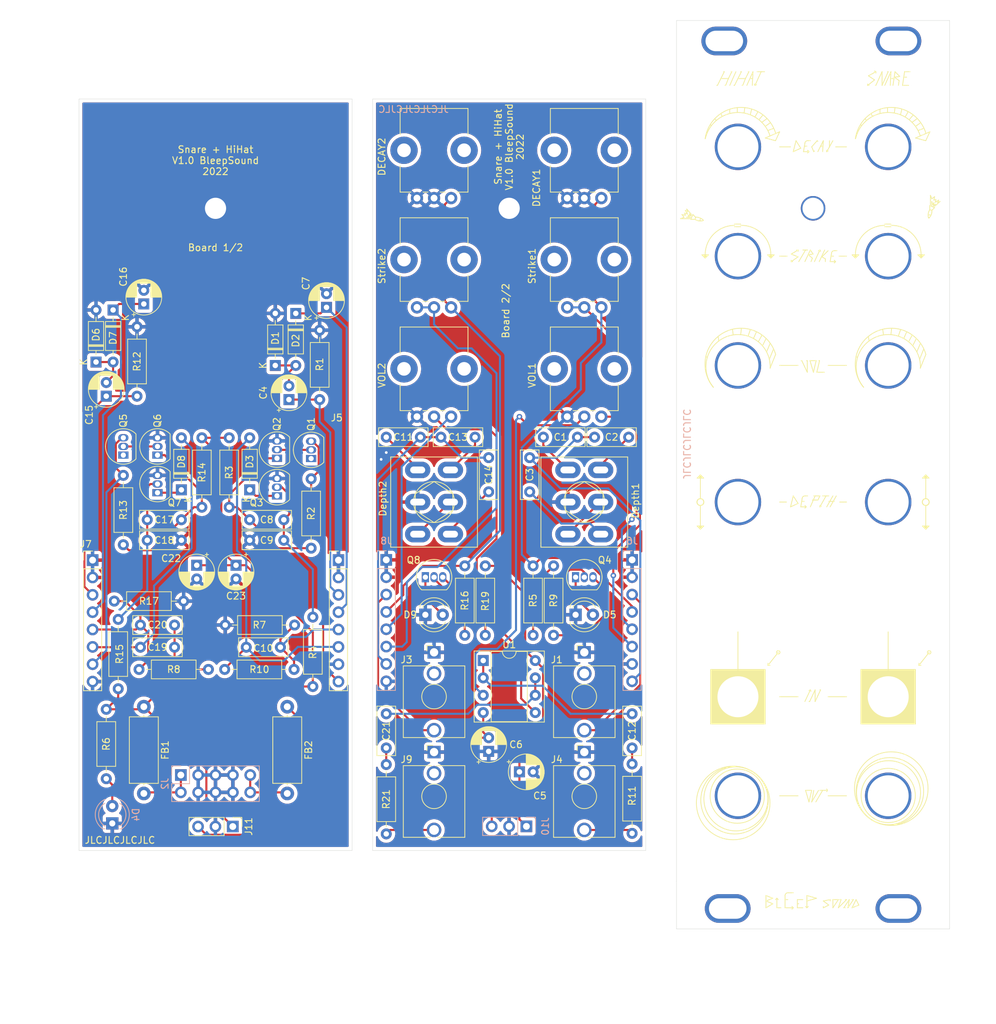
<source format=kicad_pcb>
(kicad_pcb (version 20211014) (generator pcbnew)
  (layers (0 "F.Cu" signal) (31 "B.Cu" signal) (34 "B.Paste" user) (35 "F.Paste" user) (36 "B.SilkS" user "B.Silkscreen") (37 "F.SilkS" user "F.Silkscreen") (38 "B.Mask" user) (39 "F.Mask" user) (44 "Edge.Cuts" user))
  (net 0 "")
  (net 1 "GND")
  (net 2 "+12V")
  (net 3 "-12V")
  (net 4 "Net-(U1-Pad2)")
  (net 5 "Net-(C1-Pad2)")
  (net 6 "Net-(C4-Pad2)")
  (net 7 "Net-(C8-Pad1)")
  (net 8 "Net-(C11-Pad2)")
  (net 9 "Net-(C12-Pad2)")
  (net 10 "Net-(C14-Pad2)")
  (net 11 "Net-(D5-Pad2)")
  (net 12 "Net-(FB1-Pad2)")
  (net 13 "Net-(FB2-Pad2)")
  (net 15 "/DeH")
  (net 16 "Net-(C2-Pad2)")
  (net 17 "Net-(C3-Pad2)")
  (net 18 "/SnI")
  (net 19 "/SnH")
  (net 20 "Net-(C8-Pad2)")
  (net 21 "/So")
  (net 22 "/HiDH")
  (net 23 "Net-(C13-Pad2)")
  (net 24 "Net-(C15-Pad2)")
  (net 25 "/HiI")
  (net 26 "/HiH")
  (net 27 "Net-(C17-Pad2)")
  (net 28 "Net-(C17-Pad1)")
  (net 29 "Net-(C19-Pad2)")
  (net 30 "/Ho")
  (net 32 "Net-(C21-Pad2)")
  (net 33 "Net-(C21-Pad1)")
  (net 34 "Net-(D3-Pad1)")
  (net 35 "Net-(D4-Pad2)")
  (net 36 "Net-(D8-Pad1)")
  (net 37 "Net-(D9-Pad2)")
  (net 38 "Net-(R11-Pad1)")
  (net 40 "Net-(R21-Pad1)")
  (net 42 "/SnO")
  (net 43 "/HiO")
  (net 46 "Net-(Q1-Pad2)")
  (net 47 "Net-(Q4-Pad3)")
  (net 48 "Net-(Q4-Pad2)")
  (net 49 "Net-(VOL1-Pad2)")
  (net 50 "Net-(Q5-Pad2)")
  (net 51 "Net-(Q8-Pad3)")
  (net 52 "Net-(Q8-Pad2)")
  (net 53 "Net-(VOL2-Pad2)")
  (net 54 "Net-(Depth1-Pad3)")
  (net 55 "Net-(Depth2-Pad3)")
  (footprint "Capacitor_THT:C_Disc_D7.0mm_W2.5mm_P5.00mm" (layer "F.Cu") (at 103 80.5 180)
    (fp_text reference "C1")
    (fp_text value "10µF")
  )
  (footprint "Capacitor_THT:C_Disc_D7.0mm_W2.5mm_P5.00mm" (layer "F.Cu") (at 105.5 80.5)
    (fp_text reference "C2")
    (fp_text value "1µF")
  )
  (footprint "Capacitor_THT:C_Disc_D7.0mm_W2.5mm_P5.00mm" (layer "F.Cu") (at 96 83.5 -90)
    (fp_text reference "C3")
    (fp_text value "0.1µF")
  )
  (footprint "Capacitor_THT:CP_Radial_D5.0mm_P2.00mm" (layer "F.Cu") (at 60.75 75 90)
    (fp_text reference "C4")
    (fp_text value "10µF")
  )
  (footprint "Capacitor_THT:CP_Radial_D5.0mm_P2.00mm" (layer "F.Cu") (at 94.5 129.5)
    (fp_text reference "C5")
    (fp_text value "10µ")
  )
  (footprint "Capacitor_THT:CP_Radial_D5.0mm_P2.00mm" (layer "F.Cu") (at 90 126.5 90)
    (fp_text reference "C6")
    (fp_text value "10µ")
  )
  (footprint "Capacitor_THT:CP_Radial_D5.0mm_P2.00mm" (layer "F.Cu") (at 66.25 61.5 90)
    (fp_text reference "C7")
    (fp_text value "10µF")
  )
  (footprint "Capacitor_THT:C_Disc_D7.0mm_W2.5mm_P5.00mm" (layer "F.Cu") (at 55 92.59)
    (fp_text reference "C8")
    (fp_text value "1µF")
  )
  (footprint "Capacitor_THT:C_Disc_D7.0mm_W2.5mm_P5.00mm" (layer "F.Cu") (at 55 95.59)
    (fp_text reference "C9")
    (fp_text value "0.1µF")
  )
  (footprint "Capacitor_THT:C_Disc_D7.0mm_W2.5mm_P5.00mm" (layer "F.Cu") (at 54.5 111.25)
    (fp_text reference "C10")
    (fp_text value ".1µF")
  )
  (footprint "Capacitor_THT:C_Disc_D7.0mm_W2.5mm_P5.00mm" (layer "F.Cu") (at 80 80.5 180)
    (fp_text reference "C11")
    (fp_text value "10µF")
  )
  (footprint "Capacitor_THT:C_Disc_D7.0mm_W2.5mm_P5.00mm" (layer "F.Cu") (at 111 121 -90)
    (fp_text reference "C12")
    (fp_text value "10µF")
  )
  (footprint "Capacitor_THT:C_Disc_D7.0mm_W2.5mm_P5.00mm" (layer "F.Cu") (at 83 80.5)
    (fp_text reference "C13")
    (fp_text value "1µF")
  )
  (footprint "Capacitor_THT:C_Disc_D7.0mm_W2.5mm_P5.00mm" (layer "F.Cu") (at 90 83.5 -90)
    (fp_text reference "C14")
    (fp_text value "0.1µF")
  )
  (footprint "Capacitor_THT:CP_Radial_D5.0mm_P2.00mm" (layer "F.Cu") (at 39.5 61 90)
    (fp_text reference "C16")
    (fp_text value "10µF")
  )
  (footprint "Capacitor_THT:C_Disc_D7.0mm_W2.5mm_P5.00mm" (layer "F.Cu") (at 45 92.59 180)
    (fp_text reference "C17")
    (fp_text value "1µF")
  )
  (footprint "Capacitor_THT:C_Disc_D7.0mm_W2.5mm_P5.00mm" (layer "F.Cu") (at 45 95.59 180)
    (fp_text reference "C18")
    (fp_text value "10nF")
  )
  (footprint "Capacitor_THT:C_Disc_D7.0mm_W2.5mm_P5.00mm" (layer "F.Cu") (at 39 111.25)
    (fp_text reference "C19")
    (fp_text value "680pF")
  )
  (footprint "Capacitor_THT:C_Disc_D7.0mm_W2.5mm_P5.00mm" (layer "F.Cu") (at 44 108 180)
    (fp_text reference "C20")
    (fp_text value ".1µF")
  )
  (footprint "Capacitor_THT:C_Disc_D7.0mm_W2.5mm_P5.00mm" (layer "F.Cu") (at 75 121 -90)
    (fp_text reference "C21")
    (fp_text value "10µF")
  )
  (footprint "Diode_THT:D_DO-35_SOD27_P7.62mm_Horizontal" (layer "F.Cu") (at 58.75 70 90)
    (fp_text reference "D1")
    (fp_text value "1N4148")
  )
  (footprint "Diode_THT:D_DO-35_SOD27_P7.62mm_Horizontal" (layer "F.Cu") (at 61.75 62.38 -90)
    (fp_text reference "D2")
    (fp_text value "1N4148")
  )
  (footprint "Diode_THT:D_DO-35_SOD27_P7.62mm_Horizontal" (layer "F.Cu") (at 55 88.21 90)
    (fp_text reference "D3")
    (fp_text value "1N4148")
  )
  (footprint "LED_THT:LED_D4.0mm" (layer "F.Cu") (at 102.725 106.5)
    (fp_text reference "D5")
    (fp_text value "Trig Snare")
  )
  (footprint "Diode_THT:D_DO-35_SOD27_P7.62mm_Horizontal" (layer "F.Cu") (at 32.5 69.5 90)
    (fp_text reference "D6")
    (fp_text value "1N4148")
  )
  (footprint "Diode_THT:D_DO-35_SOD27_P7.62mm_Horizontal" (layer "F.Cu") (at 35 61.88 -90)
    (fp_text reference "D7")
    (fp_text value "1N4148")
  )
  (footprint "LED_THT:LED_D4.0mm" (layer "F.Cu") (at 80.725 106.5)
    (fp_text reference "D9")
    (fp_text value "Trig_HiHat")
  )
  (footprint "Potentiometer_THT:Potentiometer_Bourns_PTV09A-1_Single_Vertical" (layer "F.Cu") (at 84.5 45.5 90)
    (fp_text reference "DECAY2")
    (fp_text value "100k")
  )
  (footprint "Inductor_THT:L_Axial_L9.5mm_D4.0mm_P12.70mm_Horizontal_Fastron_SMCC" (layer "F.Cu") (at 39.5 119.96 -90)
    (fp_text reference "FB1")
    (fp_text value "10R")
  )
  (footprint "Inductor_THT:L_Axial_L9.5mm_D4.0mm_P12.70mm_Horizontal_Fastron_SMCC" (layer "F.Cu") (at 60.5 119.96 -90)
    (fp_text reference "FB2")
    (fp_text value "10R")
  )
  (footprint "Connector_Audio:Jack_3.5mm_QingPu_WQP-PJ398SM_Vertical_CircularHoles" (layer "F.Cu") (at 82 112)
    (fp_text reference "J3")
    (fp_text value "HiHat IN")
  )
  (footprint "Connector_Audio:Jack_3.5mm_QingPu_WQP-PJ398SM_Vertical_CircularHoles" (layer "F.Cu") (at 104 126.6)
    (fp_text reference "J4")
    (fp_text value "Snare OUT")
  )
  (footprint "Connector_PinHeader_2.54mm:PinHeader_1x08_P2.54mm_Vertical" (layer "F.Cu") (at 68 98.5)
    (fp_text reference "J5")
    (fp_text value "Conn_01x08_Male")
  )
  (footprint "Connector_PinHeader_2.54mm:PinHeader_1x08_P2.54mm_Vertical" (layer "F.Cu") (at 32 98.5)
    (fp_text reference "J7")
    (fp_text value "Conn_01x08_Male")
  )
  (footprint "Connector_Audio:Jack_3.5mm_QingPu_WQP-PJ398SM_Vertical_CircularHoles" (layer "F.Cu") (at 82 126.6)
    (fp_text reference "J9")
    (fp_text value "HiHat OUT")
  )
  (footprint "Package_TO_SOT_THT:TO-92_Inline" (layer "F.Cu") (at 64 83.63 90)
    (fp_text reference "Q1")
    (fp_text value "BC546")
  )
  (footprint "Package_TO_SOT_THT:TO-92_Inline" (layer "F.Cu") (at 59 83.59 90)
    (fp_text reference "Q2")
    (fp_text value "BC546")
  )
  (footprint "Package_TO_SOT_THT:TO-92_Inline" (layer "F.Cu") (at 59 89.09 90)
    (fp_text reference "Q3")
    (fp_text value "BC546")
  )
  (footprint "Package_TO_SOT_THT:TO-92_Inline" (layer "F.Cu") (at 102.73 101)
    (fp_text reference "Q4")
    (fp_text value "2N3904")
  )
  (footprint "Package_TO_SOT_THT:TO-92_Inline" (layer "F.Cu") (at 36.5 83.13 90)
    (fp_text reference "Q5")
    (fp_text value "BC546")
  )
  (footprint "Package_TO_SOT_THT:TO-92_Inline" (layer "F.Cu") (at 41.5 83.13 90)
    (fp_text reference "Q6")
    (fp_text value "BC546")
  )
  (footprint "Package_TO_SOT_THT:TO-92_Inline" (layer "F.Cu") (at 41.5 88.63 90)
    (fp_text reference "Q7")
    (fp_text value "BC546")
  )
  (footprint "Package_TO_SOT_THT:TO-92_Inline" (layer "F.Cu") (at 80.73 101)
    (fp_text reference "Q8")
    (fp_text value "2N3904")
  )
  (footprint "Resistor_THT:R_Axial_DIN0207_L6.3mm_D2.5mm_P10.16mm_Horizontal" (layer "F.Cu") (at 65.25 75 90)
    (fp_text reference "R1")
    (fp_text value "4k7")
  )
  (footprint "Resistor_THT:R_Axial_DIN0207_L6.3mm_D2.5mm_P10.16mm_Horizontal" (layer "F.Cu") (at 64 86.59 -90)
    (fp_text reference "R2")
    (fp_text value "47k")
  )
  (footprint "Resistor_THT:R_Axial_DIN0207_L6.3mm_D2.5mm_P10.16mm_Horizontal" (layer "F.Cu") (at 52 80.59 -90)
    (fp_text reference "R3")
    (fp_text value "4k7")
  )
  (footprint "Resistor_THT:R_Axial_DIN0207_L6.3mm_D2.5mm_P10.16mm_Horizontal" (layer "F.Cu") (at 64.25 117 90)
    (fp_text reference "R4")
    (fp_text value "1M")
  )
  (footprint "Resistor_THT:R_Axial_DIN0207_L6.3mm_D2.5mm_P10.16mm_Horizontal" (layer "F.Cu") (at 96.5 99.34 -90)
    (fp_text reference "R5")
    (fp_text value "100k")
  )
  (footprint "Resistor_THT:R_Axial_DIN0207_L6.3mm_D2.5mm_P10.16mm_Horizontal" (layer "F.Cu") (at 34 120.34 -90)
    (fp_text reference "R6")
    (fp_text value "2.2k")
  )
  (footprint "Resistor_THT:R_Axial_DIN0207_L6.3mm_D2.5mm_P10.16mm_Horizontal" (layer "F.Cu") (at 61.58 108 180)
    (fp_text reference "R7")
    (fp_text value "1M")
  )
  (footprint "Resistor_THT:R_Axial_DIN0207_L6.3mm_D2.5mm_P10.16mm_Horizontal" (layer "F.Cu") (at 99.5 99.34 -90)
    (fp_text reference "R9")
    (fp_text value "1k")
  )
  (footprint "Resistor_THT:R_Axial_DIN0207_L6.3mm_D2.5mm_P10.16mm_Horizontal" (layer "F.Cu") (at 111 138.5 90)
    (fp_text reference "R11")
    (fp_text value "1k")
  )
  (footprint "Resistor_THT:R_Axial_DIN0207_L6.3mm_D2.5mm_P10.16mm_Horizontal" (layer "F.Cu") (at 38.5 74.5 90)
    (fp_text reference "R12")
    (fp_text value "4k7")
  )
  (footprint "Resistor_THT:R_Axial_DIN0207_L6.3mm_D2.5mm_P10.16mm_Horizontal" (layer "F.Cu") (at 36.5 86.09 -90)
    (fp_text reference "R13")
    (fp_text value "47k")
  )
  (footprint "Resistor_THT:R_Axial_DIN0207_L6.3mm_D2.5mm_P10.16mm_Horizontal" (layer "F.Cu") (at 48 80.59 -90)
    (fp_text reference "R14")
    (fp_text value "4k7")
  )
  (footprint "Resistor_THT:R_Axial_DIN0207_L6.3mm_D2.5mm_P10.16mm_Horizontal" (layer "F.Cu") (at 35.75 117.33 90)
    (fp_text reference "R15")
    (fp_text value "1M")
  )
  (footprint "Resistor_THT:R_Axial_DIN0207_L6.3mm_D2.5mm_P10.16mm_Horizontal" (layer "F.Cu") (at 86.5 99.34 -90)
    (fp_text reference "R16")
    (fp_text value "100k")
  )
  (footprint "Resistor_THT:R_Axial_DIN0207_L6.3mm_D2.5mm_P10.16mm_Horizontal" (layer "F.Cu") (at 35.17 104.5)
    (fp_text reference "R17")
    (fp_text value "1M")
  )
  (footprint "Resistor_THT:R_Axial_DIN0207_L6.3mm_D2.5mm_P10.16mm_Horizontal" (layer "F.Cu") (at 89.5 99.34 -90)
    (fp_text reference "R19")
    (fp_text value "1k")
  )
  (footprint "Resistor_THT:R_Axial_DIN0207_L6.3mm_D2.5mm_P10.16mm_Horizontal" (layer "F.Cu") (at 75 138.58 90)
    (fp_text reference "R21")
    (fp_text value "1k")
  )
  (footprint "Potentiometer_THT:Potentiometer_Bourns_PTV09A-1_Single_Vertical" (layer "F.Cu") (at 84.5 61.5 90)
    (fp_text reference "Strike2")
    (fp_text value "100k")
  )
  (footprint "Potentiometer_THT:Potentiometer_Bourns_PTV09A-1_Single_Vertical" (layer "F.Cu") (at 106.5 45.5 90)
    (fp_text reference "DECAY1")
    (fp_text value "100k")
  )
  (footprint "Potentiometer_THT:Potentiometer_Bourns_PTV09A-1_Single_Vertical" (layer "F.Cu") (at 106.5 61.5 90)
    (fp_text reference "Strike1")
    (fp_text value "100k")
  )
  (footprint "Potentiometer_THT:Potentiometer_Bourns_PTV09A-1_Single_Vertical" (layer "F.Cu") (at 106.5 77.5 90)
    (fp_text reference "VOL1")
    (fp_text value "10k")
  )
  (footprint "Potentiometer_THT:Potentiometer_Bourns_PTV09A-1_Single_Vertical" (layer "F.Cu") (at 84.5 77.5 90)
    (fp_text reference "VOL2")
    (fp_text value "10k")
  )
  (footprint "Connector_Audio:Jack_3.5mm_QingPu_WQP-PJ398SM_Vertical_CircularHoles" (layer "F.Cu") (at 104 112)
    (fp_text reference "J1")
    (fp_text value "Snare IN")
  )
  (footprint "Synth:SW_DPDT_Toggle" (layer "F.Cu") (at 104 90 90)
    (fp_text reference "Depth1")
    (fp_text value "SW_Push_DPDT")
  )
  (footprint "Synth:SW_DPDT_Toggle" (layer "F.Cu") (at 82 90 90)
    (fp_text reference "Depth2")
    (fp_text value "SW_Push_DPDT")
  )
  (footprint "Package_DIP:DIP-8_W7.62mm_Socket" (layer "F.Cu") (at 89.2 113.2)
    (fp_text reference "U1")
    (fp_text value "TL072")
  )
  (footprint "Capacitor_THT:CP_Radial_D5.0mm_P2.00mm" (layer "F.Cu") (at 34 74.5 90)
    (fp_text reference "C15")
    (fp_text value "10µF")
  )
  (footprint "Capacitor_THT:CP_Radial_D5.0mm_P2.00mm" (layer "F.Cu") (at 47.25 99.25 -90)
    (fp_text reference "C22")
    (fp_text value "100µ")
  )
  (footprint "Diode_THT:D_DO-35_SOD27_P7.62mm_Horizontal" (layer "F.Cu") (at 45 88.21 90)
    (fp_text reference "D8")
    (fp_text value "1N4148")
  )
  (footprint "Capacitor_THT:CP_Radial_D5.0mm_P2.00mm" (layer "F.Cu") (at 53 99.25 -90)
    (fp_text reference "C23")
    (fp_text value "100µ")
  )
  (footprint "Resistor_THT:R_Axial_DIN0207_L6.3mm_D2.5mm_P10.16mm_Horizontal" (layer "F.Cu") (at 38.8 114.5)
    (fp_text reference "R8")
    (fp_text value "0R")
  )
  (footprint "Synth:Doepfer Mounting hole" (layer "F.Cu") (at 150 149.5)
    (fp_text reference "REF**" hide)
    (fp_text value "Doepfer Mounting hole")
  )
  (footprint "Synth:Doepfer Mounting hole" (layer "F.Cu") (at 124.5 22.5)
    (fp_text reference "REF**" hide)
    (fp_text value "Doepfer Mounting hole")
  )
  (footprint "Resistor_THT:R_Axial_DIN0207_L6.3mm_D2.5mm_P10.16mm_Horizontal" (layer "F.Cu") (at 61.5 114.5 180)
    (fp_text reference "R10")
    (fp_text value "0R")
  )
  (footprint "Connector_PinHeader_2.54mm:PinHeader_1x03_P2.54mm_Vertical" (layer "F.Cu") (at 52.525 137.5 -90)
    (fp_text reference "J11")
    (fp_text value "Conn_01x03_Male")
  )
  (footprint "Synth:Doepfer Mounting hole" (layer "F.Cu") (at 150 22.5)
    (fp_text reference "REF**" hide)
    (fp_text value "Doepfer Mounting hole")
  )
  (footprint "Synth:Doepfer Mounting hole" (layer "F.Cu") (at 125 149.5)
    (fp_text reference "REF**" hide)
    (fp_text value "Doepfer Mounting hole")
  )
  (footprint "LED_THT:LED_D4.0mm" (layer "B.Cu") (at 34.88 137.04 90)
    (fp_text reference "D4")
    (fp_text value "LED-12V")
  )
  (footprint "Connector_PinHeader_2.54mm:PinHeader_2x05_P2.54mm_Vertical" (layer "B.Cu") (at 44.92 129.96 -90)
    (fp_text reference "J2")
    (fp_text value "Power Input")
  )
  (footprint "Connector_PinSocket_2.54mm:PinSocket_1x08_P2.54mm_Vertical" (layer "B.Cu") (at 75 98.46 180)
    (fp_text reference "J8")
    (fp_text value "Conn_01x08_Female")
  )
  (footprint "Connector_PinSocket_2.54mm:PinSocket_1x08_P2.54mm_Vertical" (layer "B.Cu") (at 111 98.46 180)
    (fp_text reference "J6")
    (fp_text value "Conn_01x08_Female")
  )
  (footprint "Connector_PinSocket_2.54mm:PinSocket_1x03_P2.54mm_Vertical" (layer "B.Cu") (at 95.525 137.475 90)
    (fp_text reference "J10")
    (fp_text value "Conn_01x03_Female")
  )
  (gr_line (start 132.2 148) (end 132.2 149.4) (layer "F.SilkS") (width 0.12))
  (gr_line (start 133.4 149.4) (end 134.6 149.4) (layer "F.SilkS") (width 0.12))
  (gr_line (start 130.6 149.4) (end 131.6 148.8) (layer "F.SilkS") (width 0.12))
  (gr_line (start 131.6 148.8) (end 130.6 148.4) (layer "F.SilkS") (width 0.12))
  (gr_line (start 132.2 149.4) (end 132.8 149.4) (layer "F.SilkS") (width 0.12))
  (gr_line (start 133.8 147.2) (end 134.6 147.2) (layer "F.SilkS") (width 0.12))
  (gr_line (start 135.2 149.4) (end 136 149.4) (layer "F.SilkS") (width 0.12))
  (gr_line (start 136.6 147.6) (end 138 148) (layer "F.SilkS") (width 0.12))
  (gr_line (start 133.4 147.6) (end 133.4 149.4) (layer "F.SilkS") (width 0.12))
  (gr_line (start 133.4 148.2) (end 133.8 148.2) (layer "F.SilkS") (width 0.12))
  (gr_line (start 135.2 148.2) (end 135.2 149.4) (layer "F.SilkS") (width 0.12))
  (gr_line (start 136.4 149.2) (end 136.6 149.4) (layer "F.SilkS") (width 0.12))
  (gr_line (start 135.2 148.2) (end 136 148.2) (layer "F.SilkS") (width 0.12))
  (gr_line (start 136.6 149.4) (end 136.6 149.2) (layer "F.SilkS") (width 0.12))
  (gr_line (start 136.6 147.6) (end 136.6 149.4) (layer "F.SilkS") (width 0.12))
  (gr_line (start 138 148) (end 136.6 148.4) (layer "F.SilkS") (width 0.12))
  (gr_line (start 135.2 148.8) (end 135.4 148.8) (layer "F.SilkS") (width 0.12))
  (gr_line (start 130.6 148.4) (end 131.6 148) (layer "F.SilkS") (width 0.12))
  (gr_line (start 136.6 149.4) (end 136.8 149.2) (layer "F.SilkS") (width 0.12))
  (gr_line (start 130.6 147.6) (end 130.6 149.4) (layer "F.SilkS") (width 0.12))
  (gr_line (start 131.6 148) (end 130.6 147.6) (layer "F.SilkS") (width 0.12))
  (gr_line (start 143.4 148.2) (end 143.2 148.2) (layer "F.SilkS") (width 0.12))
  (gr_line (start 139 149.4) (end 139 149.2) (layer "F.SilkS") (width 0.12))
  (gr_line (start 140.4 148.2) (end 140.4 149.4) (layer "F.SilkS") (width 0.12))
  (gr_line (start 141.6 148.2) (end 141.2 149.4) (layer "F.SilkS") (width 0.12))
  (gr_line (start 141.2 149.4) (end 142.4 148.2) (layer "F.SilkS") (width 0.12))
  (gr_line (start 143.8 148.2) (end 143.2 149.4) (layer "F.SilkS") (width 0.12))
  (gr_line (start 143.8 148.2) (end 144.2 149) (layer "F.SilkS") (width 0.12))
  (gr_line (start 140 148.2) (end 140 148.4) (layer "F.SilkS") (width 0.12))
  (gr_line (start 132.2 148) (end 132 148.2) (layer "F.SilkS") (width 0.12))
  (gr_line (start 132.2 148) (end 132.4 148.2) (layer "F.SilkS") (width 0.12))
  (gr_line (start 142.8 148.2) (end 142.6 149.4) (layer "F.SilkS") (width 0.12))
  (gr_arc (start 133.4 147.6) (mid 133.517157 147.317157) (end 133.8 147.2) (layer "F.SilkS") (width 0.12))
  (gr_line (start 139.8 149) (end 139 149.4) (layer "F.SilkS") (width 0.12))
  (gr_line (start 134.6 149.4) (end 134.4 149.2) (layer "F.SilkS") (width 0.12))
  (gr_line (start 134.6 149.4) (end 134.4 149.6) (layer "F.SilkS") (width 0.12))
  (gr_line (start 139 148.4) (end 139.8 149) (layer "F.SilkS") (width 0.12))
  (gr_line (start 141.2 148.2) (end 140.4 148.2) (layer "F.SilkS") (width 0.12))
  (gr_line (start 142.6 149.4) (end 143.4 148.2) (layer "F.SilkS") (width 0.12))
  (gr_line (start 142.8 148.2) (end 142 149.4) (layer "F.SilkS") (width 0.12))
  (gr_line (start 141.6 148.2) (end 141.4 148.2) (layer "F.SilkS") (width 0.12))
  (gr_line (start 142 149.4) (end 142.2 149.4) (layer "F.SilkS") (width 0.12))
  (gr_line (start 142.4 148.2) (end 142.2 148.2) (layer "F.SilkS") (width 0.12))
  (gr_line (start 140.4 149.4) (end 141.2 148.2) (layer "F.SilkS") (width 0.12))
  (gr_line (start 143.2 149.4) (end 144.2 149) (layer "F.SilkS") (width 0.12))
  (gr_line (start 140 148.2) (end 139 148.4) (layer "F.SilkS") (width 0.12))
  (gr_line (start 153.1 69.1) (end 153.7 67.6) (layer "F.SilkS") (width 0.12))
  (gr_line (start 150.8 66) (end 151.2 65.1) (layer "F.SilkS") (width 0.12))
  (gr_line (start 153.2 70.4) (end 154.016834 68.385033) (layer "F.SilkS") (width 0.12))
  (gr_line (start 152.7 68) (end 153.2 66.8) (layer "F.SilkS") (width 0.12))
  (gr_line (start 152.1 67.1) (end 152.6 66.1) (layer "F.SilkS") (width 0.12))
  (gr_line (start 148.9 65.5) (end 149 64.6) (layer "F.SilkS") (width 0.12))
  (gr_line (start 151.5 66.5) (end 152 65.6) (layer "F.SilkS") (width 0.12))
  (gr_arc (start 144.88996 73.180994) (mid 147.01942 65.725465) (end 153.216834 70.385033) (layer "F.SilkS") (width 0.12))
  (gr_arc (start 144.9 73.2) (mid 146.484178 65.160984) (end 154.016834 68.385033) (layer "F.SilkS") (width 0.12))
  (gr_line (start 149.983166 65.714967) (end 150.3 64.8) (layer "F.SilkS") (width 0.12))
  (gr_line (start 147.7 64.7) (end 147.8 65.5) (layer "F.SilkS") (width 0.12))
  (gr_line (start 144 68.8) (end 143.8 68.7) (layer "F.SilkS") (width 0.12))
  (gr_line (start 145.7 66.4) (end 145.6 65.8) (layer "F.SilkS") (width 0.12))
  (gr_line (start 137.55 71) (end 137.05 69.3) (layer "F.SilkS") (width 0.12))
  (gr_line (start 148.5 115.25) (end 148.5 109) (layer "F.SilkS") (width 0.12))
  (gr_line (start 126.5 115.25) (end 126.5 109) (layer "F.SilkS") (width 0.12))
  (gr_line (start 125.1 28) (end 124.7 29) (layer "F.SilkS") (width 0.12))
  (gr_line (start 124.7 29) (end 124.6 29) (layer "F.SilkS") (width 0.12))
  (gr_line (start 128.7 27) (end 128.6 29) (layer "F.SilkS") (width 0.12))
  (gr_line (start 129.9 27) (end 129 29) (layer "F.SilkS") (width 0.12))
  (gr_line (start 127 27) (end 126 29) (layer "F.SilkS") (width 0.12))
  (gr_line (start 126.5 28) (end 127.6 28) (layer "F.SilkS") (width 0.12))
  (gr_line (start 126 29) (end 125.9 29) (layer "F.SilkS") (width 0.12))
  (gr_line (start 129.9 27) (end 130.4 27) (layer "F.SilkS") (width 0.12))
  (gr_line (start 124.5 27) (end 123.5 29) (layer "F.SilkS") (width 0.12))
  (gr_line (start 125.6 27) (end 125.5 27) (layer "F.SilkS") (width 0.12))
  (gr_line (start 127.6 28) (end 127.2 29) (layer "F.SilkS") (width 0.12))
  (gr_line (start 124 28) (end 125.1 28) (layer "F.SilkS") (width 0.12))
  (gr_line (start 124.5 27) (end 124.4 27) (layer "F.SilkS") (width 0.12))
  (gr_line (start 128.1 27) (end 128 27) (layer "F.SilkS") (width 0.12))
  (gr_line (start 127.2 29) (end 127.1 29) (layer "F.SilkS") (width 0.12))
  (gr_line (start 127 27) (end 126.9 27) (layer "F.SilkS") (width 0.12))
  (gr_line (start 123.5 29) (end 123.4 29) (layer "F.SilkS") (width 0.12))
  (gr_line (start 125.1 28) (end 125.6 27) (layer "F.SilkS") (width 0.12))
  (gr_line (start 127.6 28) (end 128.1 27) (layer "F.SilkS") (width 0.12))
  (gr_line (start 128.7 27) (end 127.8 29) (layer "F.SilkS") (width 0.12))
  (gr_line (start 126.2 27) (end 125.3 29) (layer "F.SilkS") (width 0.12))
  (gr_line (start 128.6 28) (end 128.3 28) (layer "F.SilkS") (width 0.12))
  (gr_line (start 129.9 27) (end 129.3 27) (layer "F.SilkS") (width 0.12))
  (gr_line (start 129 29) (end 129.2 28.9) (layer "F.SilkS") (width 0.12))
  (gr_line (start 129 29) (end 128.9 28.8) (layer "F.SilkS") (width 0.12))
  (gr_line (start 149.3 28) (end 149 28) (layer "F.SilkS") (width 0.12))
  (gr_line (start 145.5 29) (end 145.7 29) (layer "F.SilkS") (width 0.12))
  (gr_line (start 148.9 27) (end 148.8 29) (layer "F.SilkS") (width 0.12))
  (gr_line (start 146.5 28.2) (end 145.5 29) (layer "F.SilkS") (width 0.12))
  (gr_line (start 146.7 27) (end 145.6 27.6) (layer "F.SilkS") (width 0.12))
  (gr_line (start 148.5 27) (end 147.6 29) (layer "F.SilkS") (width 0.12))
  (gr_line (start 147.6 27) (end 147.6 29) (layer "F.SilkS") (width 0.12))
  (gr_line (start 149.5 27) (end 149.2 29) (layer "F.SilkS") (width 0.12))
  (gr_line (start 148.9 27) (end 148 29) (layer "F.SilkS") (width 0.12))
  (gr_line (start 150.6 29) (end 150.9 27) (layer "F.SilkS") (width 0.12))
  (gr_line (start 149.4 27.8) (end 150.1 28.3) (layer "F.SilkS") (width 0.12))
  (gr_line (start 150.6 29) (end 151.5 29) (layer "F.SilkS") (width 0.12))
  (gr_line (start 145.5 29) (end 145.5 28.8) (layer "F.SilkS") (width 0.12))
  (gr_line (start 145.6 27.6) (end 146.5 28.2) (layer "F.SilkS") (width 0.12))
  (gr_line (start 146.7 27) (end 146.7 27.2) (layer "F.SilkS") (width 0.12))
  (gr_line (start 148.5 27) (end 148.4 27) (layer "F.SilkS") (width 0.12))
  (gr_line (start 146.7 27) (end 146.5 26.9) (layer "F.SilkS") (width 0.12))
  (gr_line (start 150.9 27) (end 151.7 27) (layer "F.SilkS") (width 0.12))
  (gr_line (start 149.5 27) (end 150.2 27.7) (layer "F.SilkS") (width 0.12))
  (gr_line (start 150.1 28.3) (end 150 29) (layer "F.SilkS") (width 0.12))
  (gr_line (start 150.8 27.8) (end 151.2 27.8) (layer "F.SilkS") (width 0.12))
  (gr_line (start 150.2 27.7) (end 149.4 27.8) (layer "F.SilkS") (width 0.12))
  (gr_line (start 147.6 27) (end 146.7 29) (layer "F.SilkS") (width 0.12))
  (gr_line (start 146.7 29) (end 146.6 29) (layer "F.SilkS") (width 0.12))
  (gr_poly (pts (xy 152.5 122.5) (xy 144.5 122.5) (xy 144.5 114.5) (xy 152.5 114.5)) (layer "F.SilkS") (width 0.1) (fill solid))
  (gr_line (start 138.5 132.2) (end 139.2 132.2) (layer "F.SilkS") (width 0.12))
  (gr_line (start 136.9 133.9) (end 136.4 132.2) (layer "F.SilkS") (width 0.12))
  (gr_line (start 136.4 132.2) (end 137.3 132.2) (layer "F.SilkS") (width 0.12))
  (gr_line (start 137.6 132.2) (end 137.3 133.9) (layer "F.SilkS") (width 0.12))
  (gr_line (start 137.3 133.9) (end 138.3 132.2) (layer "F.SilkS") (width 0.12))
  (gr_line (start 137.3 132.2) (end 136.9 133.9) (layer "F.SilkS") (width 0.12))
  (gr_line (start 138.9 132.2) (end 137.9 133.9) (layer "F.SilkS") (width 0.12))
  (gr_circle (center 126.2 133.45) (end 129.2 137.05) (layer "F.SilkS") (width 0.12) (fill none))
  (gr_circle (center 126.4 133.05) (end 129 136.05) (layer "F.SilkS") (width 0.12) (fill none))
  (gr_circle (center 125.8 134.05) (end 127.8 139.05) (layer "F.SilkS") (width 0.12) (fill none))
  (gr_circle (center 126 133.65) (end 127.8 138.25) (layer "F.SilkS") (width 0.12) (fill none))
  (gr_circle (center 148.95 131.95) (end 146.95 126.95) (layer "F.SilkS") (width 0.12) (fill none))
  (gr_circle (center 148.75 132.35) (end 146.95 127.75) (layer "F.SilkS") (width 0.12) (fill none))
  (gr_circle (center 148.55 132.55) (end 145.55 128.95) (layer "F.SilkS") (width 0.12) (fill none))
  (gr_circle (center 148.5 132.95) (end 145.9 129.95) (layer "F.SilkS") (width 0.12) (fill none))
  (gr_circle (center 154.5 112) (end 154.5 112.25) (layer "F.SilkS") (width 0.12) (fill none))
  (gr_line (start 154.5 112) (end 153 113.9) (layer "F.SilkS") (width 0.12))
  (gr_line (start 153 113.9) (end 153.3 113.9) (layer "F.SilkS") (width 0.12))
  (gr_line (start 153 113.9) (end 153 113.6) (layer "F.SilkS") (width 0.12))
  (gr_line (start 137.1 117.5) (end 136.9 117.6) (layer "F.SilkS") (width 0.12))
  (gr_line (start 137 119.2) (end 137.8 117.5) (layer "F.SilkS") (width 0.12))
  (gr_line (start 137 119.2) (end 136.9 119.2) (layer "F.SilkS") (width 0.12))
  (gr_line (start 137.8 117.5) (end 137.8 119.2) (layer "F.SilkS") (width 0.12))
  (gr_line (start 137.1 117.5) (end 137.2 117.7) (layer "F.SilkS") (width 0.12))
  (gr_line (start 137.8 119.2) (end 138.6 117.5) (layer "F.SilkS") (width 0.12))
  (gr_line (start 136.3 119.2) (end 137.1 117.5) (layer "F.SilkS") (width 0.12))
  (gr_line (start 138.6 117.5) (end 138.5 117.5) (layer "F.SilkS") (width 0.12))
  (gr_line (start 135.3 53.1) (end 135.3 53.3) (layer "F.SilkS") (width 0.12))
  (gr_line (start 135.3 54.1) (end 134.3 54.8) (layer "F.SilkS") (width 0.12))
  (gr_line (start 135.3 53.1) (end 134.3 53.7) (layer "F.SilkS") (width 0.12))
  (gr_line (start 134.3 54.8) (end 134.3 54.6) (layer "F.SilkS") (width 0.12))
  (gr_line (start 134.3 54.8) (end 134.5 54.8) (layer "F.SilkS") (width 0.12))
  (gr_line (start 136.4 53.1) (end 135.4 54.8) (layer "F.SilkS") (width 0.12))
  (gr_line (start 134.3 53.7) (end 135.3 54.1) (layer "F.SilkS") (width 0.12))
  (gr_line (start 137.5 53.7) (end 136.8 53.8) (layer "F.SilkS") (width 0.12))
  (gr_line (start 137.4 54.3) (end 137.2 54.8) (layer "F.SilkS") (width 0.12))
  (gr_line (start 137.1 53.1) (end 137.5 53.7) (layer "F.SilkS") (width 0.12))
  (gr_line (start 136 53.1) (end 136.7 53.1) (layer "F.SilkS") (width 0.12))
  (gr_line (start 137.1 53.1) (end 136.3 54.8) (layer "F.SilkS") (width 0.12))
  (gr_line (start 135.3 53.1) (end 135.1 53.1) (layer "F.SilkS") (width 0.12))
  (gr_line (start 136.8 53.8) (end 137.4 54.3) (layer "F.SilkS") (width 0.12))
  (gr_line (start 137.7 54.8) (end 138.5 53.1) (layer "F.SilkS") (width 0.12))
  (gr_arc (start 140.2 53.6) (mid 140.317157 53.317157) (end 140.6 53.2) (layer "F.SilkS") (width 0.12))
  (gr_line (start 140.8 54.8) (end 140.6 55) (layer "F.SilkS") (width 0.12))
  (gr_line (start 140.2 54) (end 140.5 54) (layer "F.SilkS") (width 0.12))
  (gr_line (start 140 54.8) (end 140.7 54.8) (layer "F.SilkS") (width 0.12))
  (gr_line (start 140.6 53.2) (end 141 53.2) (layer "F.SilkS") (width 0.12))
  (gr_line (start 140.2 53.6) (end 140 54.8) (layer "F.SilkS") (width 0.12))
  (gr_line (start 138.8 54.1) (end 139.7 53.2) (layer "F.SilkS") (width 0.12))
  (gr_line (start 138.5 53.1) (end 138.3 53.2) (layer "F.SilkS") (width 0.12))
  (gr_line (start 138.4 54.8) (end 139.2 53.1) (layer "F.SilkS") (width 0.12))
  (gr_line (start 138.5 53.1) (end 138.6 53.3) (layer "F.SilkS") (width 0.12))
  (gr_line (start 138.8 54.1) (end 139.3 54.4) (layer "F.SilkS") (width 0.12))
  (gr_line (start 139.3 54.4) (end 139.3 54.8) (layer "F.SilkS") (width 0.12))
  (gr_line (start 140.8 54.8) (end 140.6 54.6) (layer "F.SilkS") (width 0.12))
  (gr_line (start 137.6 38.7) (end 137.7 38.6) (layer "F.SilkS") (width 0.12))
  (gr_line (start 138.1 37.1) (end 137.3 38) (layer "F.SilkS") (width 0.12))
  (gr_line (start 139.9 38) (end 139.9 37.1) (layer "F.SilkS") (width 0.12))
  (gr_line (start 134.6 38.7) (end 135.7 38.2) (layer "F.SilkS") (width 0.12))
  (gr_line (start 137.3 38) (end 137.6 38.7) (layer "F.SilkS") (width 0.12))
  (gr_line (start 135 37.1) (end 134.6 38.7) (layer "F.SilkS") (width 0.12))
  (gr_line (start 135.7 38.2) (end 135 37.1) (layer "F.SilkS") (width 0.12))
  (gr_line (start 139.9 38) (end 140.4 37.1) (layer "F.SilkS") (width 0.12))
  (gr_line (start 138.1 37.1) (end 138.2 37.2) (layer "F.SilkS") (width 0.12))
  (gr_line (start 139.5 38.7) (end 139.5 38.5) (layer "F.SilkS") (width 0.12))
  (gr_line (start 139.5 38.7) (end 139.7 38.6) (layer "F.SilkS") (width 0.12))
  (gr_arc (start 136.3 37.5) (mid 136.417157 37.217157) (end 136.7 37.1) (layer "F.SilkS") (width 0.12))
  (gr_line (start 136.1 38.7) (end 136.8 38.7) (layer "F.SilkS") (width 0.12))
  (gr_line (start 136.9 38.7) (end 136.7 38.5) (layer "F.SilkS") (width 0.12))
  (gr_line (start 138.9 37.9) (end 138.6 37.9) (layer "F.SilkS") (width 0.12))
  (gr_line (start 136.7 37.1) (end 137.1 37.1) (layer "F.SilkS") (width 0.12))
  (gr_line (start 136.3 37.5) (end 136.1 38.7) (layer "F.SilkS") (width 0.12))
  (gr_line (start 139 37.1) (end 138.9 38.7) (layer "F.SilkS") (width 0.12))
  (gr_line (start 136.9 38.7) (end 136.7 38.9) (layer "F.SilkS") (width 0.12))
  (gr_line (start 136.3 37.9) (end 136.6 37.9) (layer "F.SilkS") (width 0.12))
  (gr_line (start 139 37.1) (end 138.2 38.7) (layer "F.SilkS") (width 0.12))
  (gr_line (start 139.9 38) (end 139.5 38.7) (layer "F.SilkS") (width 0.12))
  (gr_arc (start 120.3 48.3) (mid 120.895036 48.385595) (end 121.400757 48.710619) (layer "F.SilkS") (width 0.12))
  (gr_line (start 120.200758 48.610618) (end 119.600758 48.610618) (layer "F.SilkS") (width 0.12))
  (gr_line (start 119.100758 47.810618) (end 118.800758 47.310618) (layer "F.SilkS") (width 0.12))
  (gr_line (start 118.800758 47.310618) (end 119.100758 47.510618) (layer "F.SilkS") (width 0.12))
  (gr_line (start 119.400758 48.210618) (end 119.000758 48.310618) (layer "F.SilkS") (width 0.12))
  (gr_line (start 118.300758 47.910618) (end 118.800758 48.010618) (layer "F.SilkS") (width 0.12))
  (gr_line (start 119.000758 47.110618) (end 119.700758 47.910618) (layer "F.SilkS") (width 0.12))
  (gr_line (start 119.500758 48.510618) (end 118.100758 48.510618) (layer "F.SilkS") (width 0.12))
  (gr_line (start 119.400758 47.810618) (end 119.500758 48.110618) (layer "F.SilkS") (width 0.12))
  (gr_line (start 118.700758 47.710618) (end 119.100758 47.810618) (layer "F.SilkS") (width 0.12))
  (gr_line (start 119.000758 48.310618) (end 119.600758 48.310618) (layer "F.SilkS") (width 0.12))
  (gr_line (start 118.600758 48.310618) (end 118.300758 47.910618) (layer "F.SilkS") (width 0.12))
  (gr_arc (start 120.966896 48.819083) (mid 120.956214 48.661819) (end 121.000758 48.510618) (layer "F.SilkS") (width 0.12))
  (gr_line (start 119.200758 48.010618) (end 119.400758 48.210618) (layer "F.SilkS") (width 0.12))
  (gr_line (start 118.100758 48.510618) (end 118.600758 48.310618) (layer "F.SilkS") (width 0.12))
  (gr_line (start 119.700758 48.110618) (end 119.400758 47.810618) (layer "F.SilkS") (width 0.12))
  (gr_line (start 119.100758 47.510618) (end 119.000758 47.110618) (layer "F.SilkS") (width 0.12))
  (gr_arc (start 121.396965 48.797347) (mid 120.778319 48.835581) (end 120.200758 48.610618) (layer "F.SilkS") (width 0.12))
  (gr_line (start 119.600758 48.610618) (end 119.900758 47.910618) (layer "F.SilkS") (width 0.12))
  (gr_line (start 119.900758 47.910618) (end 120.300758 48.310618) (layer "F.SilkS") (width 0.12))
  (gr_line (start 118.800758 48.010618) (end 118.700758 47.710618) (layer "F.SilkS") (width 0.12))
  (gr_line (start 119.500758 48.110618) (end 119.200758 48.010618) (layer "F.SilkS") (width 0.12))
  (gr_line (start 121.425758 48.735618) (end 121.400757 48.710619) (layer "F.SilkS") (width 0.12))
  (gr_line (start 120.300758 48.310618) (end 120.200758 48.610618) (layer "F.SilkS") (width 0.12))
  (gr_line (start 121.389271 48.770418) (end 121.425758 48.760618) (layer "F.SilkS") (width 0.12))
  (gr_line (start 154.429582 48.389271) (end 154.439382 48.425758) (layer "F.SilkS") (width 0.12))
  (gr_line (start 154.889382 47.300758) (end 154.589382 47.200758) (layer "F.SilkS") (width 0.12))
  (gr_line (start 154.889382 46.000758) (end 154.889382 46.600758) (layer "F.SilkS") (width 0.12))
  (gr_line (start 155.189382 46.200758) (end 154.989382 46.400758) (layer "F.SilkS") (width 0.12))
  (gr_line (start 155.389382 46.400758) (end 155.089382 46.500758) (layer "F.SilkS") (width 0.12))
  (gr_line (start 155.889382 45.800758) (end 155.689382 46.100758) (layer "F.SilkS") (width 0.12))
  (gr_line (start 156.089382 46.000758) (end 155.289382 46.700758) (layer "F.SilkS") (width 0.12))
  (gr_line (start 155.089382 46.500758) (end 155.189382 46.200758) (layer "F.SilkS") (width 0.12))
  (gr_line (start 154.464382 48.425758) (end 154.489381 48.400757) (layer "F.SilkS") (width 0.12))
  (gr_line (start 154.689382 45.100758) (end 154.889382 45.600758) (layer "F.SilkS") (width 0.12))
  (gr_line (start 154.589382 46.600758) (end 155.289382 46.900758) (layer "F.SilkS") (width 0.12))
  (gr_line (start 155.489382 45.700758) (end 155.389382 46.100758) (layer "F.SilkS") (width 0.12))
  (gr_arc (start 154.402653 48.396965) (mid 154.364419 47.778319) (end 154.589382 47.200758) (layer "F.SilkS") (width 0.12))
  (gr_line (start 154.989382 46.400758) (end 154.889382 46.000758) (layer "F.SilkS") (width 0.12))
  (gr_line (start 155.689382 46.100758) (end 156.089382 46.000758) (layer "F.SilkS") (width 0.12))
  (gr_line (start 155.189382 45.800758) (end 155.489382 45.700758) (layer "F.SilkS") (width 0.12))
  (gr_line (start 154.889382 45.600758) (end 155.289382 45.300758) (layer "F.SilkS") (width 0.12))
  (gr_line (start 155.289382 45.300758) (end 155.189382 45.800758) (layer "F.SilkS") (width 0.12))
  (gr_line (start 155.389382 46.100758) (end 155.889382 45.800758) (layer "F.SilkS") (width 0.12))
  (gr_line (start 154.589382 47.200758) (end 154.589382 46.600758) (layer "F.SilkS") (width 0.12))
  (gr_arc (start 154.9 47.3) (mid 154.814405 47.895036) (end 154.489381 48.400757) (layer "F.SilkS") (width 0.12))
  (gr_arc (start 154.380917 47.966896) (mid 154.538181 47.956214) (end 154.689382 48.000758) (layer "F.SilkS") (width 0.12))
  (gr_line (start 155.289382 46.900758) (end 154.889382 47.300758) (layer "F.SilkS") (width 0.12))
  (gr_line (start 154.689382 46.500758) (end 154.689382 45.100758) (layer "F.SilkS") (width 0.12))
  (gr_line (start 155.089382 46.700758) (end 155.389382 46.400758) (layer "F.SilkS") (width 0.12))
  (gr_arc (start 121.701488 53.913118) (mid 122.919707 50.799701) (end 126 49.5) (layer "F.SilkS") (width 0.12))
  (gr_line (start 126 49.3) (end 126.9 49.3) (layer "F.SilkS") (width 0.12))
  (gr_poly (pts (xy 121.2 53.8) (xy 122.2 53.8) (xy 121.7 54.3)) (layer "F.SilkS") (width 0.1) (fill solid))
  (gr_line (start 126 49.7) (end 126.9 49.7) (layer "F.SilkS") (width 0.12))
  (gr_arc (start 126.9 49.5) (mid 130.013417 50.718219) (end 131.313118 53.798512) (layer "F.SilkS") (width 0.12))
  (gr_poly (pts (xy 130.82 53.8) (xy 131.82 53.8) (xy 131.32 54.3)) (layer "F.SilkS") (width 0.1) (fill solid))
  (gr_line (start 122 68.8) (end 121.8 68.7) (layer "F.SilkS") (width 0.12))
  (gr_line (start 127.983166 65.714967) (end 128.3 64.8) (layer "F.SilkS") (width 0.12))
  (gr_line (start 129.5 66.5) (end 130 65.6) (layer "F.SilkS") (width 0.12))
  (gr_line (start 126.9 65.5) (end 127 64.6) (layer "F.SilkS") (width 0.12))
  (gr_line (start 130.1 67.1) (end 130.6 66.1) (layer "F.SilkS") (width 0.12))
  (gr_line (start 130.7 68) (end 131.2 66.8) (layer "F.SilkS") (width 0.12))
  (gr_line (start 125.7 64.7) (end 125.8 65.5) (layer "F.SilkS") (width 0.12))
  (gr_line (start 131.2 70.4) (end 132.016834 68.385033) (layer "F.SilkS") (width 0.12))
  (gr_line (start 128.8 66) (end 129.2 65.1) (layer "F.SilkS") (width 0.12))
  (gr_line (start 123.7 66.4) (end 123.6 65.8) (layer "F.SilkS") (width 0.12))
  (gr_arc (start 122.9 73.2) (mid 124.484178 65.160984) (end 132.016834 68.385033) (layer "F.SilkS") (width 0.12))
  (gr_line (start 131.1 69.1) (end 131.7 67.6) (layer "F.SilkS") (width 0.12))
  (gr_arc (start 122.88996 73.180994) (mid 125.01942 65.725465) (end 131.216834 70.385033) (layer "F.SilkS") (width 0.12))
  (gr_arc (start 121.723949 36.805395) (mid 126.306844 32.976544) (end 131.2 36.4) (layer "F.SilkS") (width 0.12))
  (gr_line (start 131.7 35.3) (end 130.9 35.6) (layer "F.SilkS") (width 0.12))
  (gr_line (start 125.3 33.1) (end 125.3 32.5) (layer "F.SilkS") (width 0.12))
  (gr_line (start 129.6 34) (end 130.1 33.4) (layer "F.SilkS") (width 0.12))
  (gr_line (start 130.5 36.7) (end 132.6 35.8) (layer "F.SilkS") (width 0.12))
  (gr_line (start 130.5 35) (end 131.2 34.5) (layer "F.SilkS") (width 0.12))
  (gr_line (start 129 33.6) (end 129.4 32.9) (layer "F.SilkS") (width 0.12))
  (gr_line (start 126.4 32.9) (end 126.4 32.3) (layer "F.SilkS") (width 0.12))
  (gr_line (start 132.6 35.8) (end 132 37.1) (layer "F.SilkS") (width 0.12))
  (gr_line (start 123.3 34.1) (end 123.1 33.9) (layer "F.SilkS") (width 0.12))
  (gr_line (start 130.7 33.9) (end 130 34.4) (layer "F.SilkS") (width 0.12))
  (gr_line (start 127.4 33) (end 127.5 32.3) (layer "F.SilkS") (width 0.12))
  (gr_line (start 122.6 34.9) (end 122.5 34.8) (layer "F.SilkS") (width 0.12))
  (gr_line (start 132 37.1) (end 130.5 36.7) (layer "F.SilkS") (width 0.12))
  (gr_line (start 128.3 33.3) (end 128.5 32.5) (layer "F.SilkS") (width 0.12))
  (gr_line (start 124 33.2) (end 124.2 33.5) (layer "F.SilkS") (width 0.12))
  (gr_arc (start 121.700233 36.802142) (mid 126.535235 32.243032) (end 132.016834 36) (layer "F.SilkS") (width 0.12))
  (gr_arc (start 143.723949 36.805395) (mid 148.306844 32.976544) (end 153.2 36.4) (layer "F.SilkS") (width 0.12))
  (gr_line (start 153.7 35.3) (end 152.9 35.6) (layer "F.SilkS") (width 0.12))
  (gr_line (start 151.6 34) (end 152.1 33.4) (layer "F.SilkS") (width 0.12))
  (gr_line (start 152.5 35) (end 153.2 34.5) (layer "F.SilkS") (width 0.12))
  (gr_line (start 151 33.6) (end 151.4 32.9) (layer "F.SilkS") (width 0.12))
  (gr_line (start 152.5 36.7) (end 154.6 35.8) (layer "F.SilkS") (width 0.12))
  (gr_line (start 148.4 32.9) (end 148.4 32.3) (layer "F.SilkS") (width 0.12))
  (gr_line (start 154.6 35.8) (end 154 37.1) (layer "F.SilkS") (width 0.12))
  (gr_line (start 145.3 34.1) (end 145.1 33.9) (layer "F.SilkS") (width 0.12))
  (gr_line (start 152.7 33.9) (end 152 34.4) (layer "F.SilkS") (width 0.12))
  (gr_line (start 147.3 33.1) (end 147.3 32.5) (layer "F.SilkS") (width 0.12))
  (gr_line (start 149.4 33) (end 149.5 32.3) (layer "F.SilkS") (width 0.12))
  (gr_line (start 150.3 33.3) (end 150.5 32.5) (layer "F.SilkS") (width 0.12))
  (gr_arc (start 143.700233 36.802142) (mid 148.535235 32.243032) (end 154.016834 36) (layer "F.SilkS") (width 0.12))
  (gr_line (start 146 33.2) (end 146.2 33.5) (layer "F.SilkS") (width 0.12))
  (gr_line (start 144.6 34.9) (end 144.5 34.8) (layer "F.SilkS") (width 0.12))
  (gr_line (start 154 37.1) (end 152.5 36.7) (layer "F.SilkS") (width 0.12))
  (gr_poly (pts (xy 143.2 53.8) (xy 144.2 53.8) (xy 143.7 54.3)) (layer "F.SilkS") (width 0.1) (fill solid))
  (gr_arc (start 143.701488 53.913118) (mid 144.919707 50.799701) (end 148 49.5) (layer "F.SilkS") (width 0.12))
  (gr_arc (start 148.9 49.5) (mid 152.01395 50.718738) (end 153.313118 53.8) (layer "F.SilkS") (width 0.12))
  (gr_poly (pts (xy 152.82 53.79) (xy 153.82 53.79) (xy 153.32 54.29)) (layer "F.SilkS") (width 0.1) (fill solid))
  (gr_line (start 135.3 118.5) (end 132.6 118.5) (layer "F.SilkS") (width 0.12))
  (gr_line (start 141.3 54) (end 142.4 54) (layer "F.SilkS") (width 0.12))
  (gr_line (start 133.7 54) (end 132.6 54) (layer "F.SilkS") (width 0.12))
  (gr_line (start 154 90.5) (end 154 93.5) (layer "F.SilkS") (width 0.12))
  (gr_poly (pts (xy 121 94) (xy 120.5 93.5) (xy 121.5 93.5)) (layer "F.SilkS") (width 0.1) (fill solid))
  (gr_circle (center 121 90) (end 121.5 90) (layer "F.SilkS") (width 0.15) (fill none))
  (gr_line (start 121 90.5) (end 121 93.5) (layer "F.SilkS") (width 0.12))
  (gr_line (start 121 89.5) (end 121 86.5) (layer "F.SilkS") (width 0.12))
  (gr_poly (pts (xy 121.5 86.5) (xy 120.5 86.5) (xy 121 86)) (layer "F.SilkS") (width 0.1) (fill solid))
  (gr_line (start 140.4 89.1) (end 139.5 90.7) (layer "F.SilkS") (width 0.12))
  (gr_line (start 140.9 89.1) (end 140 90.7) (layer "F.SilkS") (width 0.12))
  (gr_line (start 134.6 89.1) (end 134.2 90.7) (layer "F.SilkS") (width 0.12))
  (gr_line (start 138.5 90.7) (end 138.7 90.6) (layer "F.SilkS") (width 0.12))
  (gr_line (start 135.7 90.7) (end 136.4 90.7) (layer "F.SilkS") (width 0.12))
  (gr_line (start 135.9 89.9) (end 136.2 89.9) (layer "F.SilkS") (width 0.12))
  (gr_line (start 139.8 89.9) (end 140.6 89.9) (layer "F.SilkS") (width 0.12))
  (gr_line (start 135.3 90.2) (end 134.6 89.1) (layer "F.SilkS") (width 0.12))
  (gr_line (start 138.5 89.1) (end 138.2 89.7) (layer "F.SilkS") (width 0.12))
  (gr_line (start 138.5 90.7) (end 138.5 90.5) (layer "F.SilkS") (width 0.12))
  (gr_line (start 139.4 89.1) (end 138.5 90.7) (layer "F.SilkS") (width 0.12))
  (gr_line (start 138.2 89.7) (end 137.4 89.7) (layer "F.SilkS") (width 0.12))
  (gr_line (start 135.9 89.5) (end 135.7 90.7) (layer "F.SilkS") (width 0.12))
  (gr_arc (start 135.9 89.5) (mid 136.017157 89.217157) (end 136.3 89.1) (layer "F.SilkS") (width 0.12))
  (gr_line (start 136.3 89.1) (end 136.7 89.1) (layer "F.SilkS") (width 0.12))
  (gr_line (start 136.5 90.7) (end 136.3 90.5) (layer "F.SilkS") (width 0.12))
  (gr_line (start 136.5 90.7) (end 136.3 90.9) (layer "F.SilkS") (width 0.12))
  (gr_line (start 138.9 89.1) (end 139.8 89.1) (layer "F.SilkS") (width 0.12))
  (gr_line (start 137.8 89.1) (end 137.1 90.7) (layer "F.SilkS") (width 0.12))
  (gr_line (start 134.2 90.7) (end 135.3 90.2) (layer "F.SilkS") (width 0.12))
  (gr_line (start 137.6 89.1) (end 138.5 89.1) (layer "F.SilkS") (width 0.12))
  (gr_line (start 133.6 90) (end 132.6 90) (layer "F.SilkS") (width 0.12))
  (gr_line (start 141.4 90) (end 142.4 90) (layer "F.SilkS") (width 0.12))
  (gr_line (start 139.6 132.2) (end 139.5 132.4) (layer "F.SilkS") (width 0.12))
  (gr_poly (pts (xy 154.5 86.5) (xy 153.5 86.5) (xy 154 86)) (layer "F.SilkS") (width 0.1) (fill solid))
  (gr_line (start 134.2 38) (end 132.6 38) (layer "F.SilkS") (width 0.12))
  (gr_line (start 140.8 38) (end 142.4 38) (layer "F.SilkS") (width 0.12))
  (gr_poly (pts (xy 130.5 122.5) (xy 122.5 122.5) (xy 122.5 114.5) (xy 130.5 114.5)) (layer "F.SilkS") (width 0.1) (fill solid))
  (gr_line (start 139.7 70) (end 142.4 70) (layer "F.SilkS") (width 0.12))
  (gr_line (start 135.85 69.3) (end 136.65 71) (layer "F.SilkS") (width 0.12))
  (gr_line (start 130.9 113.9) (end 130.9 113.6) (layer "F.SilkS") (width 0.12))
  (gr_line (start 139.7 118.5) (end 142.4 118.5) (layer "F.SilkS") (width 0.12))
  (gr_line (start 148 49.7) (end 148.9 49.7) (layer "F.SilkS") (width 0.12))
  (gr_line (start 135.3 70) (end 132.6 70) (layer "F.SilkS") (width 0.12))
  (gr_poly (pts (xy 154 94) (xy 153.5 93.5) (xy 154.5 93.5)) (layer "F.SilkS") (width 0.1) (fill solid))
  (gr_circle (center 154 90) (end 154.5 90) (layer "F.SilkS") (width 0.15) (fill none))
  (gr_line (start 138.05 71) (end 139.15 71) (layer "F.SilkS") (width 0.12))
  (gr_line (start 139.6 132.2) (end 139.5 132) (layer "F.SilkS") (width 0.12))
  (gr_line (start 137.95 69.3) (end 137.55 71) (layer "F.SilkS") (width 0.12))
  (gr_line (start 138.45 69.3) (end 138.05 71) (layer "F.SilkS") (width 0.12))
  (gr_line (start 132.4 112) (end 130.9 113.9) (layer "F.SilkS") (width 0.12))
  (gr_line (start 135.3 133) (end 132.6 133) (layer "F.SilkS") (width 0.12))
  (gr_line (start 136.65 69.3) (end 136.55 69.3) (layer "F.SilkS") (width 0.12))
  (gr_line (start 138.45 69.3) (end 138.35 69.3) (layer "F.SilkS") (width 0.12))
  (gr_line (start 135.85 69.3) (end 135.75 69.3) (layer "F.SilkS") (width 0.12))
  (gr_line (start 139.7 133) (end 142.4 133) (layer "F.SilkS") (width 0.12))
  (gr_line (start 139.2 132.2) (end 139.6 132.2) (layer "F.SilkS") (width 0.12))
  (gr_line (start 137.05 69.3) (end 137.95 69.3) (layer "F.SilkS") (width 0.12))
  (gr_line (start 148 49.3) (end 148.9 49.3) (layer "F.SilkS") (width 0.12))
  (gr_line (start 130.9 113.9) (end 131.2 113.9) (layer "F.SilkS") (width 0.12))
  (gr_circle (center 132.4 112) (end 132.4 112.25) (layer "F.SilkS") (width 0.12) (fill none))
  (gr_line (start 136.65 71) (end 136.65 69.3) (layer "F.SilkS") (width 0.12))
  (gr_line (start 154 89.5) (end 154 86.5) (layer "F.SilkS") (width 0.12))
  (gr_line (start 69.999999 31) (end 70 141) (layer "Edge.Cuts") (width 0.05))
  (gr_line (start 73 31) (end 112.999999 31) (layer "Edge.Cuts") (width 0.05))
  (gr_line (start 112.999999 31) (end 113 141) (layer "Edge.Cuts") (width 0.05))
  (gr_line (start 73 31) (end 73 141) (layer "Edge.Cuts") (width 0.05))
  (gr_line (start 73 141) (end 113 141) (layer "Edge.Cuts") (width 0.05))
  (gr_line (start 30 31) (end 30 141) (layer "Edge.Cuts") (width 0.05))
  (gr_line (start 117.5 19.5) (end 117.499999 145.500001) (layer "Edge.Cuts") (width 0.05))
  (gr_line (start 117.5 19.5) (end 157.5 19.5) (layer "Edge.Cuts") (width 0.05))
  (gr_line (start 157.5 19.5) (end 157.5 152.5) (layer "Edge.Cuts") (width 0.05))
  (gr_line (start 157.5 152.5) (end 117.5 152.5) (layer "Edge.Cuts") (width 0.05))
  (gr_line (start 117.5 152.5) (end 117.499999 145.500001) (layer "Edge.Cuts") (width 0.05))
  (gr_line (start 30 31) (end 69.999999 31) (layer "Edge.Cuts") (width 0.05))
  (gr_line (start 30 141) (end 70 141) (layer "Edge.Cuts") (width 0.05))
  (gr_text "JLCJLCJLCJLC\n" (at 79 32.5) (layer "B.SilkS") (effects (font (size 1 1)) (justify mirror)))
  (gr_text "JLCJLCJLCJLC\n" (at 119 81.5 -90) (layer "B.SilkS") (effects (font (size 1 1)) (justify mirror)))
  (gr_text "JLCJLCJLCJLC\n" (at 36 139.5) (layer "F.SilkS") (effects (font (size 1 1))))
  (gr_text "Board 2/2" (at 92.5 62 90) (layer "F.SilkS") (effects (font (size 1 1))))
  (gr_text "Snare + HiHat\nV1.0 BleepSound\n2022" (at 50 40) (layer "F.SilkS") (effects (font (size 1 1))))
  (gr_text "Snare + HiHat\nV1.0 BleepSound\n2022" (at 93 38 90) (layer "F.SilkS") (effects (font (size 1 1))))
  (gr_text "Board 1/2" (at 50 52.75) (layer "F.SilkS") (effects (font (size 1 1))))
  (via (at 126.5 133) (size 6.8) (drill 6) (layers "F.Cu" "B.Cu") (net 0))
  (via (at 148.5 133) (size 6.8) (drill 6) (layers "F.Cu" "B.Cu") (net 0))
  (via (at 126.5 118.5) (size 6.8) (drill 6) (layers "F.Cu" "B.Cu") (net 0))
  (via (at 148.5 118.5) (size 6.8) (drill 6) (layers "F.Cu" "B.Cu") (net 0))
  (via (at 148.5 90) (size 6.8) (drill 6) (layers "F.Cu" "B.Cu") (net 0))
  (via (at 148.5 70) (size 6.8) (drill 6) (layers "F.Cu" "B.Cu") (net 0))
  (via (at 148.5 54) (size 6.8) (drill 6) (layers "F.Cu" "B.Cu") (net 0))
  (via (at 126.5 38) (size 6.8) (drill 6) (layers "F.Cu" "B.Cu") (net 0))
  (via (at 148.5 38) (size 6.8) (drill 6) (layers "F.Cu" "B.Cu") (net 0))
  (via (at 126.5 70) (size 6.8) (drill 6) (layers "F.Cu" "B.Cu") (net 0))
  (via (at 137.5 47) (size 3.6) (drill 3.1) (layers "F.Cu" "B.Cu") (net 0))
  (via (at 126.5 90) (size 6.8) (drill 6) (layers "F.Cu" "B.Cu") (net 0))
  (via (at 126.5 54) (size 6.8) (drill 6) (layers "F.Cu" "B.Cu") (net 0))
  (via (at 50 47) (size 3.6) (drill 3.1) (layers "F.Cu" "B.Cu") (net 1))
  (via (at 93 47) (size 3.6) (drill 3.1) (layers "F.Cu" "B.Cu") (net 1))
  (via (at 75 82.75) (size 0.8) (drill 0.4) (layers "F.Cu" "B.Cu") (net 1))
  (via (at 74.25 83.75) (size 0.8) (drill 0.4) (layers "F.Cu" "B.Cu") (net 1))
  (segment (start 94.5 127) (end 94.5 129.5) (width 0.3) (layer "F.Cu") (net 2))
  (segment (start 64.25 117) (end 42.46 117) (width 0.3) (layer "F.Cu") (net 2))
  (segment (start 96.82 113.2) (end 97.969511 114.349511) (width 0.3) (layer "F.Cu") (net 2))
  (segment (start 64.25 109.044345) (end 64.25 117) (width 0.3) (layer "F.Cu") (net 2))
  (segment (start 97.969511 114.349511) (end 97.969511 123.530489) (width 0.3) (layer "F.Cu") (net 2))
  (segment (start 99.5 99.34) (end 95.350489 103.489511) (width 0.3) (layer "F.Cu") (net 2))
  (segment (start 48.659511 133.634511) (end 48.659511 129.119511) (width 0.3) (layer "F.Cu") (net 2))
  (segment (start 52 80.59) (end 48 80.59) (width 0.3) (layer "F.Cu") (net 2))
  (segment (start 35.75 118.59) (end 34 120.34) (width 0.3) (layer "F.Cu") (net 2))
  (segment (start 53 99.25) (end 54.455655 99.25) (width 0.3) (layer "F.Cu") (net 2))
  (segment (start 91.200978 99.34) (end 95.350489 103.489511) (width 0.3) (layer "F.Cu") (net 2))
  (segment (start 52.525 137.5) (end 48.659511 133.634511) (width 0.3) (layer "F.Cu") (net 2))
  (segment (start 89.5 99.34) (end 91.200978 99.34) (width 0.3) (layer "F.Cu") (net 2))
  (segment (start 53 99.25) (end 47.25 99.25) (width 0.3) (layer "F.Cu") (net 2))
  (segment (start 42.46 117) (end 39.5 119.96) (width 0.3) (layer "F.Cu") (net 2))
  (segment (start 97.969511 123.530489) (end 94.5 127) (width 0.3) (layer "F.Cu") (net 2))
  (segment (start 39.12 120.34) (end 39.5 119.96) (width 0.3) (layer "F.Cu") (net 2))
  (segment (start 54.455655 99.25) (end 64.25 109.044345) (width 0.3) (layer "F.Cu") (net 2))
  (segment (start 48.659511 129.119511) (end 39.5 119.96) (width 0.3) (layer "F.Cu") (net 2))
  (segment (start 50.850489 97.100489) (end 50.850489 83.440489) (width 0.3) (layer "F.Cu") (net 2))
  (segment (start 34 120.34) (end 39.12 120.34) (width 0.3) (layer "F.Cu") (net 2))
  (segment (start 95.350489 111.730489) (end 96.82 113.2) (width 0.3) (layer "F.Cu") (net 2))
  (segment (start 50.850489 97.100489) (end 53 99.25) (width 0.3) (layer "F.Cu") (net 2))
  (segment (start 94.5 136.45) (end 95.525 137.475) (width 0.3) (layer "F.Cu") (net 2))
  (segment (start 95.350489 103.489511) (end 95.350489 111.730489) (width 0.3) (layer "F.Cu") (net 2))
  (segment (start 94.5 129.5) (end 94.5 136.45) (width 0.3) (layer "F.Cu") (net 2))
  (segment (start 35.75 117.33) (end 35.75 118.59) (width 0.3) (layer "F.Cu") (net 2))
  (segment (start 50.850489 83.440489) (end 48 80.59) (width 0.3) (layer "F.Cu") (net 2))
  (segment (start 90.445 137.475) (end 90.445 130.445) (width 0.3) (layer "F.Cu") (net 3))
  (segment (start 88.86863 124.5) (end 90 124.5) (width 0.3) (layer "F.Cu") (net 3))
  (segment (start 62.5 134) (end 62.5 121.96) (width 0.3) (layer "F.Cu") (net 3))
  (segment (start 88 125.36863) (end 88.86863 124.5) (width 0.3) (layer "F.Cu") (net 3))
  (segment (start 90.445 130.445) (end 88 128) (width 0.3) (layer "F.Cu") (net 3))
  (segment (start 89.2 120.82) (end 89.200001 123.700001) (width 0.3) (layer "F.Cu") (net 3))
  (segment (start 89.200001 123.700001) (end 90 124.5) (width 0.3) (layer "F.Cu") (net 3))
  (segment (start 47.445 137.5) (end 48.644511 138.699511) (width 0.3) (layer "F.Cu") (net 3))
  (segment (start 48.644511 138.699511) (end 57.800489 138.699511) (width 0.3) (layer "F.Cu") (net 3))
  (segment (start 62.5 121.96) (end 60.5 119.96) (width 0.3) (layer "F.Cu") (net 3))
  (segment (start 88 128) (end 88 125.36863) (width 0.3) (layer "F.Cu") (net 3))
  (segment (start 57.800489 138.699511) (end 62.5 134) (width 0.3) (layer "F.Cu") (net 3))
  (segment (start 89.2 115.74) (end 89.2 113.2) (width 0.3) (layer "F.Cu") (net 4))
  (segment (start 102 121) (end 97.889511 116.889511) (width 0.3) (layer "B.Cu") (net 4))
  (segment (start 111 121) (end 102 121) (width 0.3) (layer "B.Cu") (net 4))
  (segment (start 97.889511 116.889511) (end 90.349511 116.889511) (width 0.3) (layer "B.Cu") (net 4))
  (segment (start 90.349511 116.889511) (end 89.2 115.74) (width 0.3) (layer "B.Cu") (net 4))
  (segment (start 101.6 85.3) (end 98 81.7) (width 0.3) (layer "F.Cu") (net 5))
  (segment (start 98 81.7) (end 98 80.5) (width 0.3) (layer "F.Cu") (net 5))
  (segment (start 60.75 73) (end 60.75 71) (width 0.3) (layer "F.Cu") (net 6))
  (segment (start 60.75 71) (end 61.75 70) (width 0.3) (layer "F.Cu") (net 6))
  (segment (start 61.75 70) (end 58.75 70) (width 0.3) (layer "F.Cu") (net 6))
  (segment (start 52 88.910978) (end 57.320978 83.59) (width 0.3) (layer "F.Cu") (net 7))
  (segment (start 53.16 90.75) (end 55 92.59) (width 0.3) (layer "F.Cu") (net 7))
  (segment (start 57.320978 83.59) (end 59 83.59) (width 0.3) (layer "F.Cu") (net 7))
  (segment (start 55 92.59) (end 59.16 96.75) (width 0.3) (layer "F.Cu") (net 7))
  (segment (start 52 90.75) (end 52 88.910978) (width 0.3) (layer "F.Cu") (net 7))
  (segment (start 52 90.75) (end 53.16 90.75) (width 0.3) (layer "F.Cu") (net 7))
  (segment (start 59.16 96.75) (end 64 96.75) (width 0.3) (layer "F.Cu") (net 7))
  (segment (start 79.6 85.1) (end 79.6 85.3) (width 0.3) (layer "F.Cu") (net 8))
  (segment (start 75 80.5) (end 79.6 85.1) (width 0.3) (layer "F.Cu") (net 8))
  (segment (start 111 126) (end 111 128.34) (width 0.3) (layer "F.Cu") (net 9))
  (segment (start 84.4 94.7) (end 84.4 94.1) (width 0.3) (layer "F.Cu") (net 10))
  (segment (start 84.4 94.1) (end 90 88.5) (width 0.3) (layer "F.Cu") (net 10))
  (segment (start 102.73 103.965) (end 102.73 101) (width 0.3) (layer "F.Cu") (net 11))
  (segment (start 105.265 106.5) (end 102.73 103.965) (width 0.3) (layer "F.Cu") (net 11))
  (segment (start 44.92 129.96) (end 44.92 132.5) (width 0.3) (layer "F.Cu") (net 12))
  (segment (start 39.66 132.5) (end 39.5 132.66) (width 0.3) (layer "F.Cu") (net 12))
  (segment (start 44.92 132.5) (end 39.66 132.5) (width 0.3) (layer "F.Cu") (net 12))
  (segment (start 55.08 132.5) (end 60.34 132.5) (width 0.3) (layer "F.Cu") (net 13))
  (segment (start 55.08 132.5) (end 55.08 129.96) (width 0.3) (layer "F.Cu") (net 13))
  (segment (start 60.34 132.5) (end 60.5 132.66) (width 0.3) (layer "F.Cu") (net 13))
  (segment (start 65.09952 85.49048) (end 64 86.59) (width 0.3) (layer "F.Cu") (net 15))
  (segment (start 64.191758 81.09) (end 65.09952 81.997762) (width 0.3) (layer "F.Cu") (net 15))
  (segment (start 65.75 114.03) (end 68 116.28) (width 0.3) (layer "F.Cu") (net 15))
  (segment (start 64 81.09) (end 64.191758 81.09) (width 0.3) (layer "F.Cu") (net 15))
  (segment (start 105.5 80.5) (end 103 80.5) (width 0.3) (layer "F.Cu") (net 15))
  (segment (start 64 93.75) (end 65.75 95.5) (width 0.3) (layer "F.Cu") (net 15))
  (segment (start 65.09952 81.997762) (end 65.09952 85.49048) (width 0.3) (layer "F.Cu") (net 15))
  (segment (start 65.75 95.5) (end 65.75 114.03) (width 0.3) (layer "F.Cu") (net 15))
  (segment (start 64 86.59) (end 64 93.75) (width 0.3) (layer "F.Cu") (net 15))
  (segment (start 107.5 88) (end 112.199511 92.699511) (width 0.3) (layer "B.Cu") (net 15))
  (segment (start 103 80.5) (end 100 83.5) (width 0.3) (layer "B.Cu") (net 15))
  (segment (start 112.199511 92.699511) (end 112.199511 115.040489) (width 0.3) (layer "B.Cu") (net 15))
  (segment (start 112.199511 115.040489) (end 111 116.24) (width 0.3) (layer "B.Cu") (net 15))
  (segment (start 100 83.5) (end 96 83.5) (width 0.3) (layer "B.Cu") (net 15))
  (segment (start 100.5 88) (end 107.5 88) (width 0.3) (layer "B.Cu") (net 15))
  (segment (start 96 83.5) (end 100.5 88) (width 0.3) (layer "B.Cu") (net 15))
  (segment (start 106.4 84.6) (end 110.5 80.5) (width 0.3) (layer "F.Cu") (net 16))
  (segment (start 106.4 85.3) (end 106.4 84.6) (width 0.3) (layer "F.Cu") (net 16))
  (segment (start 106.4 94.7) (end 104.85048 93.15048) (width 0.3) (layer "B.Cu") (net 17))
  (segment (start 100.65048 93.15048) (end 96 88.5) (width 0.3) (layer "B.Cu") (net 17))
  (segment (start 104.85048 93.15048) (end 100.65048 93.15048) (width 0.3) (layer "B.Cu") (net 17))
  (segment (start 105.536366 123.4) (end 112.199511 116.736855) (width 0.3) (layer "F.Cu") (net 18))
  (segment (start 112.199511 104.739511) (end 111 103.54) (width 0.3) (layer "F.Cu") (net 18))
  (segment (start 112.199511 116.736855) (end 112.199511 104.739511) (width 0.3) (layer "F.Cu") (net 18))
  (segment (start 104 123.4) (end 105.536366 123.4) (width 0.3) (layer "F.Cu") (net 18))
  (segment (start 60.75 75) (end 65.25 75) (width 0.3) (layer "F.Cu") (net 18))
  (segment (start 66.800489 79.800489) (end 65.25 78.25) (width 0.3) (layer "B.Cu") (net 18))
  (segment (start 66.800489 102.380489) (end 66.800489 79.800489) (width 0.3) (layer "B.Cu") (net 18))
  (segment (start 65.25 78.25) (end 65.25 75) (width 0.3) (layer "B.Cu") (net 18))
  (segment (start 68 103.58) (end 66.800489 102.380489) (width 0.3) (layer "B.Cu") (net 18))
  (segment (start 97.649511 98.190489) (end 96.5 99.34) (width 0.3) (layer "F.Cu") (net 19))
  (segment (start 65.37 62.38) (end 66.25 61.5) (width 0.3) (layer "F.Cu") (net 19))
  (segment (start 61.75 62.38) (end 65.37 62.38) (width 0.3) (layer "F.Cu") (net 19))
  (segment (start 111 106.08) (end 111 105.268242) (width 0.3) (layer "F.Cu") (net 19))
  (segment (start 111 105.268242) (end 103.922247 98.190489) (width 0.3) (layer "F.Cu") (net 19))
  (segment (start 105.6 60.6) (end 106.5 61.5) (width 0.3) (layer "F.Cu") (net 19))
  (segment (start 103.922247 98.190489) (end 97.649511 98.190489) (width 0.3) (layer "F.Cu") (net 19))
  (segment (start 105.6 46.4) (end 105.6 60.6) (width 0.3) (layer "F.Cu") (net 19))
  (segment (start 106.5 45.5) (end 105.6 46.4) (width 0.3) (layer "F.Cu") (net 19))
  (segment (start 101.374345 75.5) (end 94.850489 82.023856) (width 0.3) (layer "B.Cu") (net 19))
  (segment (start 69.199511 104.920489) (end 68 106.12) (width 0.3) (layer "B.Cu") (net 19))
  (segment (start 69.199511 64.449511) (end 69.199511 104.920489) (width 0.3) (layer "B.Cu") (net 19))
  (segment (start 94.850489 97.690489) (end 96.5 99.34) (width 0.3) (layer "B.Cu") (net 19))
  (segment (start 103.5 69.640576) (end 103.5 73.5) (width 0.3) (layer "B.Cu") (net 19))
  (segment (start 101.374345 75.5) (end 101.5 75.5) (width 0.3) (layer "B.Cu") (net 19))
  (segment (start 94.850489 82.023856) (end 94.850489 97.690489) (width 0.3) (layer "B.Cu") (net 19))
  (segment (start 106.5 66.640576) (end 103.5 69.640576) (width 0.3) (layer "B.Cu") (net 19))
  (segment (start 106.5 61.5) (end 106.5 66.640576) (width 0.3) (layer "B.Cu") (net 19))
  (segment (start 101.5 75.5) (end 103.5 73.5) (width 0.3) (layer "B.Cu") (net 19))
  (segment (start 66.25 61.5) (end 69.199511 64.449511) (width 0.3) (layer "B.Cu") (net 19))
  (segment (start 60 92.59) (end 60 95.59) (width 0.3) (layer "F.Cu") (net 20))
  (segment (start 59.704022 87.82) (end 60.799999 88.915977) (width 0.3) (layer "F.Cu") (net 20))
  (segment (start 60.799999 91.790001) (end 60 92.59) (width 0.3) (layer "F.Cu") (net 20))
  (segment (start 59 87.82) (end 59.704022 87.82) (width 0.3) (layer "F.Cu") (net 20))
  (segment (start 60.799999 88.915977) (end 60.799999 91.790001) (width 0.3) (layer "F.Cu") (net 20))
  (segment (start 64.25 99.84) (end 60 95.59) (width 0.3) (layer "B.Cu") (net 20))
  (segment (start 64.25 106.84) (end 64.25 99.84) (width 0.3) (layer "B.Cu") (net 20))
  (segment (start 54.5 111.25) (end 51.34 114.41) (width 0.3) (layer "F.Cu") (net 21))
  (segment (start 51.34 114.41) (end 51.34 114.5) (width 0.3) (layer "F.Cu") (net 21))
  (segment (start 112.149031 93.350969) (end 108.25 97.25) (width 0.3) (layer "F.Cu") (net 21))
  (segment (start 104 61.5) (end 112.149031 69.649031) (width 0.3) (layer "F.Cu") (net 21))
  (segment (start 112.149031 69.649031) (end 112.149031 93.350969) (width 0.3) (layer "F.Cu") (net 21))
  (segment (start 108.25 97.25) (end 108.25 99.5) (width 0.3) (layer "F.Cu") (net 21))
  (segment (start 108.25 99.5) (end 108.25 100.75) (width 0.3) (layer "F.Cu") (net 21))
  (via (at 108.25 100.75) (size 0.8) (drill 0.4) (layers "F.Cu" "B.Cu") (net 21))
  (segment (start 54.5 98.450978) (end 53.149511 97.100489) (width 0.3) (layer "B.Cu") (net 21))
  (segment (start 62.05 111.2) (end 60 113.25) (width 0.3) (layer "B.Cu") (net 21))
  (segment (start 108.25 108.41) (end 111 111.16) (width 0.3) (layer "B.Cu") (net 21))
  (segment (start 53.149511 82.440489) (end 55 80.59) (width 0.3) (layer "B.Cu") (net 21))
  (segment (start 53.149511 97.100489) (end 53.149511 82.440489) (width 0.3) (layer "B.Cu") (net 21))
  (segment (start 108.25 100.75) (end 108.25 108.41) (width 0.3) (layer "B.Cu") (net 21))
  (segment (start 68 111.2) (end 62.05 111.2) (width 0.3) (layer "B.Cu") (net 21))
  (segment (start 60 113.25) (end 56.5 113.25) (width 0.3) (layer "B.Cu") (net 21))
  (segment (start 101.5 61.5) (end 104 61.5) (width 0.3) (layer "B.Cu") (net 21))
  (segment (start 54.5 111.25) (end 54.5 98.450978) (width 0.3) (layer "B.Cu") (net 21))
  (segment (start 56.5 113.25) (end 54.5 111.25) (width 0.3) (layer "B.Cu") (net 21))
  (segment (start 83 80.5) (end 80 80.5) (width 0.3) (layer "F.Cu") (net 22))
  (segment (start 36.5 80.59) (end 36.275 80.59) (width 0.3) (layer "F.Cu") (net 22))
  (segment (start 36.275 80.59) (end 35.400489 81.464511) (width 0.3) (layer "F.Cu") (net 22))
  (segment (start 35.400489 84.990489) (end 36.5 86.09) (width 0.3) (layer "F.Cu") (net 22))
  (segment (start 35.400489 81.464511) (end 35.400489 84.990489) (width 0.3) (layer "F.Cu") (net 22))
  (segment (start 34.020489 111.719511) (end 32 113.74) (width 0.3) (layer "B.Cu") (net 22))
  (segment (start 86 83.5) (end 83 80.5) (width 0.3) (layer "B.Cu") (net 22))
  (segment (start 34.020489 88.569511) (end 34.020489 111.719511) (width 0.3) (layer "B.Cu") (net 22))
  (segment (start 90 83.5) (end 86 83.5) (width 0.3) (layer "B.Cu") (net 22))
  (segment (start 73.800489 86.699511) (end 73.800489 112.500489) (width 0.3) (layer "B.Cu") (net 22))
  (segment (start 36.5 86.09) (end 34.020489 88.569511) (width 0.3) (layer "B.Cu") (net 22))
  (segment (start 73.800489 112.500489) (end 75 113.7) (width 0.3) (layer "B.Cu") (net 22))
  (segment (start 80 80.5) (end 73.800489 86.699511) (width 0.3) (layer "B.Cu") (net 22))
  (segment (start 88 81.7) (end 84.4 85.3) (width 0.3) (layer "F.Cu") (net 23))
  (segment (start 88 80.5) (end 88 81.7) (width 0.3) (layer "F.Cu") (net 23))
  (segment (start 35 71.5) (end 34 72.5) (width 0.3) (layer "F.Cu") (net 24))
  (segment (start 35 69.5) (end 35 71.5) (width 0.3) (layer "F.Cu") (net 24))
  (segment (start 35 69.5) (end 32.5 69.5) (width 0.3) (layer "F.Cu") (net 24))
  (segment (start 73.800489 117.300489) (end 73.800489 104.739511) (width 0.3) (layer "F.Cu") (net 25))
  (segment (start 82 123.4) (end 79.9 123.4) (width 0.3) (layer "F.Cu") (net 25))
  (segment (start 30.800489 102.380489) (end 32 103.58) (width 0.3) (layer "F.Cu") (net 25))
  (segment (start 34 74.5) (end 30.800489 77.699511) (width 0.3) (layer "F.Cu") (net 25))
  (segment (start 38.5 74.5) (end 34 74.5) (width 0.3) (layer "F.Cu") (net 25))
  (segment (start 79.9 123.4) (end 73.800489 117.300489) (width 0.3) (layer "F.Cu") (net 25))
  (segment (start 73.800489 104.739511) (end 75 103.54) (width 0.3) (layer "F.Cu") (net 25))
  (segment (start 30.800489 77.699511) (end 30.800489 102.380489) (width 0.3) (layer "F.Cu") (net 25))
  (segment (start 77.5 102.255978) (end 77.5 103.58) (width 0.3) (layer "F.Cu") (net 26))
  (segment (start 39.5 61) (end 35.88 61) (width 0.3) (layer "F.Cu") (net 26))
  (segment (start 80.415978 99.34) (end 77.5 102.255978) (width 0.3) (layer "F.Cu") (net 26))
  (segment (start 77.5 103.58) (end 75 106.08) (width 0.3) (layer "F.Cu") (net 26))
  (segment (start 35.88 61) (end 35 61.88) (width 0.3) (layer "F.Cu") (net 26))
  (segment (start 86.5 99.34) (end 80.415978 99.34) (width 0.3) (layer "F.Cu") (net 26))
  (segment (start 83.6 46.4) (end 83.6 60.6) (width 0.3) (layer "F.Cu") (net 26))
  (segment (start 84.5 45.5) (end 83.6 46.4) (width 0.3) (layer "F.Cu") (net 26))
  (segment (start 83.6 60.6) (end 84.5 61.5) (width 0.3) (layer "F.Cu") (net 26))
  (segment (start 91.649031 68.649031) (end 91.649031 94.190969) (width 0.3) (layer "B.Cu") (net 26))
  (segment (start 91.649031 94.190969) (end 86.5 99.34) (width 0.3) (layer "B.Cu") (net 26))
  (segment (start 33.520969 104.599031) (end 33.520969 77.278053) (width 0.3) (layer "B.Cu") (net 26))
  (segment (start 33.520969 77.278053) (end 36.149511 74.649511) (width 0.3) (layer "B.Cu") (net 26))
  (segment (start 36.149511 74.649511) (end 36.149511 63.029511) (width 0.3) (layer "B.Cu") (net 26))
  (segment (start 84.5 61.5) (end 91.649031 68.649031) (width 0.3) (layer "B.Cu") (net 26))
  (segment (start 36.149511 63.029511) (end 35 61.88) (width 0.3) (layer "B.Cu") (net 26))
  (segment (start 32 106.12) (end 33.520969 104.599031) (width 0.3) (layer "B.Cu") (net 26))
  (segment (start 40.45 87.36) (end 40 87.81) (width 0.3) (layer "F.Cu") (net 27))
  (segment (start 41.5 87.36) (end 40.45 87.36) (width 0.3) (layer "F.Cu") (net 27))
  (segment (start 40 87.81) (end 40 92.59) (width 0.3) (layer "F.Cu") (net 27))
  (segment (start 40 92.59) (end 40 95.59) (width 0.3) (layer "F.Cu") (net 27))
  (segment (start 40 95.59) (end 40 102.92) (width 0.3) (layer "B.Cu") (net 27))
  (segment (start 40 102.92) (end 35.75 107.17) (width 0.3) (layer "B.Cu") (net 27))
  (segment (start 46.84 90.75) (end 45 92.59) (width 0.3) (layer "F.Cu") (net 28))
  (segment (start 45 92.59) (end 40.540001 97.049999) (width 0.3) (layer "F.Cu") (net 28))
  (segment (start 42.55 83.13) (end 48 88.58) (width 0.3) (layer "F.Cu") (net 28))
  (segment (start 41.5 83.13) (end 42.55 83.13) (width 0.3) (layer "F.Cu") (net 28))
  (segment (start 40.540001 97.049999) (end 37.299999 97.049999) (width 0.3) (layer "F.Cu") (net 28))
  (segment (start 48 88.58) (end 48 90.75) (width 0.3) (layer "F.Cu") (net 28))
  (segment (start 48 90.75) (end 46.84 90.75) (width 0.3) (layer "F.Cu") (net 28))
  (segment (start 37.299999 97.049999) (end 36.5 96.25) (width 0.3) (layer "F.Cu") (net 28))
  (segment (start 44 111.25) (end 44 112.75) (width 0.3) (layer "F.Cu") (net 29))
  (segment (start 44 112.75) (end 45.75 114.5) (width 0.3) (layer "F.Cu") (net 29))
  (segment (start 44 108) (end 44 111.25) (width 0.3) (layer "F.Cu") (net 29))
  (segment (start 45.75 114.5) (end 48.96 114.5) (width 0.3) (layer "F.Cu") (net 29))
  (segment (start 39 111.25) (end 32.05 111.25) (width 0.3) (layer "F.Cu") (net 30))
  (segment (start 32.05 111.25) (end 32 111.2) (width 0.3) (layer "F.Cu") (net 30))
  (segment (start 82.5 99.5) (end 91.149511 90.850489) (width 0.3) (layer "B.Cu") (net 30))
  (segment (start 87.5 67.5) (end 85.5 67.5) (width 0.3) (layer "B.Cu") (net 30))
  (segment (start 78 101.755978) (end 78.127989 101.627989) (width 0.3) (layer "B.Cu") (net 30))
  (segment (start 75 111.16) (end 77.34 111.16) (width 0.3) (layer "B.Cu") (net 30))
  (segment (start 45 80.59) (end 46.5 82.09) (width 0.3) (layer "B.Cu") (net 30))
  (segment (start 82 61.5) (end 79.5 61.5) (width 0.3) (layer "B.Cu") (net 30))
  (segment (start 80.255978 99.5) (end 82.5 99.5) (width 0.3) (layer "B.Cu") (net 30))
  (segment (start 41 102.25) (end 41 109.25) (width 0.3) (layer "B.Cu") (net 30))
  (segment (start 46.5 96.75) (end 41 102.25) (width 0.3) (layer "B.Cu") (net 30))
  (segment (start 77.34 111.16) (end 78 110.5) (width 0.3) (layer "B.Cu") (net 30))
  (segment (start 85.5 67.5) (end 82 64) (width 0.3) (layer "B.Cu") (net 30))
  (segment (start 78.127989 101.627989) (end 80.255978 99.5) (width 0.3) (layer "B.Cu") (net 30))
  (segment (start 46.5 82.09) (end 46.5 96.75) (width 0.3) (layer "B.Cu") (net 30))
  (segment (start 82 64) (end 82 61.5) (width 0.3) (layer "B.Cu") (net 30))
  (segment (start 91.149511 90.850489) (end 91.149511 71.149511) (width 0.3) (layer "B.Cu") (net 30))
  (segment (start 91.149511 71.149511) (end 87.5 67.5) (width 0.3) (layer "B.Cu") (net 30))
  (segment (start 41 109.25) (end 39 111.25) (width 0.3) (layer "B.Cu") (net 30))
  (segment (start 78 110.5) (end 78 101.755978) (width 0.3) (layer "B.Cu") (net 30))
  (segment (start 75 126) (end 75 128.42) (width 0.3) (layer "F.Cu") (net 32))
  (segment (start 96.82 115.74) (end 96.82 118.28) (width 0.3) (layer "F.Cu") (net 33))
  (segment (start 87 121) (end 88.329511 119.670489) (width 0.3) (layer "B.Cu") (net 33))
  (segment (start 88.329511 119.670489) (end 95.429511 119.670489) (width 0.3) (layer "B.Cu") (net 33))
  (segment (start 95.429511 119.670489) (end 96.82 118.28) (width 0.3) (layer "B.Cu") (net 33))
  (segment (start 75 121) (end 87 121) (width 0.3) (layer "B.Cu") (net 33))
  (segment (start 55.88 89.09) (end 55 88.21) (width 0.3) (layer "F.Cu") (net 34))
  (segment (start 59 89.09) (end 55.88 89.09) (width 0.3) (layer "F.Cu") (net 34))
  (segment (start 34.88 134.5) (end 34.88 131.38) (width 0.3) (layer "F.Cu") (net 35))
  (segment (start 34.88 131.38) (end 34 130.5) (width 0.3) (layer "F.Cu") (net 35))
  (segment (start 41.5 88.63) (end 44.58 88.63) (width 0.3) (layer "F.Cu") (net 36))
  (segment (start 44.58 88.63) (end 45 88.21) (width 0.3) (layer "F.Cu") (net 36))
  (segment (start 80.73 103.965) (end 83.265 106.5) (width 0.3) (layer "F.Cu") (net 37))
  (segment (start 80.73 101) (end 80.73 103.965) (width 0.3) (layer "F.Cu") (net 37))
  (segment (start 110.5 138) (end 111 138.5) (width 0.3) (layer "F.Cu") (net 38))
  (segment (start 104 138) (end 110.5 138) (width 0.3) (layer "F.Cu") (net 38))
  (segment (start 82 138) (end 75.58 138) (width 0.3) (layer "F.Cu") (net 40))
  (segment (start 75.58 138) (end 75 138.58) (width 0.3) (layer "F.Cu") (net 40))
  (segment (start 111.649511 91.850489) (end 111.649511 79.649511) (width 0.3) (layer "F.Cu") (net 42))
  (segment (start 61.5 114.5) (end 61.5 113.25) (width 0.3) (layer "F.Cu") (net 42))
  (segment (start 109.5 77.5) (end 106.5 77.5) (width 0.3) (layer "F.Cu") (net 42))
  (segment (start 59.5 110.08) (end 61.58 108) (width 0.3) (layer "F.Cu") (net 42))
  (segment (start 111.649511 79.649511) (end 109.5 77.5) (width 0.3) (layer "F.Cu") (net 42))
  (segment (start 110.970023 92.529977) (end 111.649511 91.850489) (width 0.3) (layer "F.Cu") (net 42))
  (segment (start 61.5 113.25) (end 59.5 111.25) (width 0.3) (layer "F.Cu") (net 42))
  (segment (start 59.5 111.25) (end 59.5 110.08) (width 0.3) (layer "F.Cu") (net 42))
  (via (at 110.970023 92.529977) (size 0.8) (drill 0.4) (layers "F.Cu" "B.Cu") (net 42))
  (segment (start 63.25 109.75) (end 61 109.75) (width 0.3) (layer "B.Cu") (net 42))
  (segment (start 109.5 107.12) (end 109.5 94) (width 0.3) (layer "B.Cu") (net 42))
  (segment (start 61 109.75) (end 59.5 111.25) (width 0.3) (layer "B.Cu") (net 42))
  (segment (start 111 108.62) (end 109.5 107.12) (width 0.3) (layer "B.Cu") (net 42))
  (segment (start 64.34 108.66) (end 63.25 109.75) (width 0.3) (layer "B.Cu") (net 42))
  (segment (start 109.5 94) (end 110.970023 92.529977) (width 0.3) (layer "B.Cu") (net 42))
  (segment (start 68 108.66) (end 64.34 108.66) (width 0.3) (layer "B.Cu") (net 42))
  (segment (start 35.17 104.5) (end 36.75 104.5) (width 0.3) (layer "F.Cu") (net 43))
  (segment (start 38.34 108.66) (end 32 108.66) (width 0.3) (layer "F.Cu") (net 43))
  (segment (start 39 108) (end 40.149511 109.149511) (width 0.3) (layer "F.Cu") (net 43))
  (segment (start 39 108) (end 38.34 108.66) (width 0.3) (layer "F.Cu") (net 43))
  (segment (start 40.149511 113.150489) (end 38.8 114.5) (width 0.3) (layer "F.Cu") (net 43))
  (segment (start 40.149511 109.149511) (end 40.149511 113.150489) (width 0.3) (layer "F.Cu") (net 43))
  (segment (start 39 106.75) (end 39 108) (width 0.3) (layer "F.Cu") (net 43))
  (segment (start 36.75 104.5) (end 39 106.75) (width 0.3) (layer "F.Cu") (net 43))
  (segment (start 75 108.62) (end 77.25 106.37) (width 0.3) (layer "B.Cu") (net 43))
  (segment (start 84.374345 77.5) (end 84.5 77.5) (width 0.3) (layer "B.Cu") (net 43))
  (segment (start 79.558648 82.5) (end 79.625655 82.5) (width 0.3) (layer "B.Cu") (net 43))
  (segment (start 81.5 80.625655) (end 81.5 80.374345) (width 0.3) (layer "B.Cu") (net 43))
  (segment (start 77.25 106.37) (end 77.25 84.808648) (width 0.3) (layer "B.Cu") (net 43))
  (segment (start 81.5 80.374345) (end 84.374345 77.5) (width 0.3) (layer "B.Cu") (net 43))
  (segment (start 77.25 84.808648) (end 79.558648 82.5) (width 0.3) (layer "B.Cu") (net 43))
  (segment (start 79.625655 82.5) (end 81.5 80.625655) (width 0.3) (layer "B.Cu") (net 43))
  (segment (start 59.04 82.36) (end 59 82.32) (width 0.3) (layer "F.Cu") (net 46))
  (segment (start 64 82.36) (end 59.04 82.36) (width 0.3) (layer "F.Cu") (net 46))
  (segment (start 99.5 109.5) (end 104.032076 109.5) (width 0.3) (layer "F.Cu") (net 47))
  (segment (start 107 102.73) (end 105.27 101) (width 0.3) (layer "F.Cu") (net 47))
  (segment (start 104.032076 109.5) (end 107 106.532076) (width 0.3) (layer "F.Cu") (net 47))
  (segment (start 107 106.532076) (end 107 102.73) (width 0.3) (layer "F.Cu") (net 47))
  (segment (start 104 100.295978) (end 103.604511 99.900489) (width 0.3) (layer "F.Cu") (net 48))
  (segment (start 96.5 105.255978) (end 96.5 109.5) (width 0.3) (layer "F.Cu") (net 48))
  (segment (start 104 101) (end 104 100.295978) (width 0.3) (layer "F.Cu") (net 48))
  (segment (start 101.855489 99.900489) (end 96.5 105.255978) (width 0.3) (layer "F.Cu") (net 48))
  (segment (start 103.604511 99.900489) (end 101.855489 99.900489) (width 0.3) (layer "F.Cu") (net 48))
  (segment (start 95.749511 78.749511) (end 102.750489 78.749511) (width 0.3) (layer "F.Cu") (net 49))
  (segment (start 102.750489 78.749511) (end 104 77.5) (width 0.3) (layer "F.Cu") (net 49))
  (segment (start 94.5 77.5) (end 95.749511 78.749511) (width 0.3) (layer "F.Cu") (net 49))
  (via (at 94.5 77.5) (size 0.8) (drill 0.4) (layers "F.Cu" "B.Cu") (net 49))
  (segment (start 89.2 118.28) (end 88.050489 117.130489) (width 0.3) (layer "B.Cu") (net 49))
  (segment (start 88.050489 112.199511) (end 88.75 111.5) (width 0.3) (layer "B.Cu") (net 49))
  (segment (start 88.75 111.5) (end 91.25 111.5) (width 0.3) (layer "B.Cu") (net 49))
  (segment (start 94 108.75) (end 94 78) (width 0.3) (layer "B.Cu") (net 49))
  (segment (start 94 78) (end 94.5 77.5) (width 0.3) (layer "B.Cu") (net 49))
  (segment (start 93.75 109) (end 94 108.75) (width 0.3) (layer "B.Cu") (net 49))
  (segment (start 88.050489 117.130489) (end 88.050489 112.199511) (width 0.3) (layer "B.Cu") (net 49))
  (segment (start 91.25 111.5) (end 93.75 109) (width 0.3) (layer "B.Cu") (net 49))
  (segment (start 41.5 81.86) (end 36.5 81.86) (width 0.3) (layer "F.Cu") (net 50))
  (segment (start 89.5 107.23) (end 83.27 101) (width 0.3) (layer "F.Cu") (net 51))
  (segment (start 89.5 109.5) (end 89.5 107.23) (width 0.3) (layer "F.Cu") (net 51))
  (segment (start 82 101.225) (end 86.5 105.725) (width 0.3) (layer "F.Cu") (net 52))
  (segment (start 82 101) (end 82 101.225) (width 0.3) (layer "F.Cu") (net 52))
  (segment (start 86.5 105.725) (end 86.5 109.5) (width 0.3) (layer "F.Cu") (net 52))
  (segment (start 88.25 98.263367) (end 88.25 105.273572) (width 0.3) (layer "F.Cu") (net 53))
  (segment (start 82 77.5) (end 83.850489 79.350489) (width 0.3) (layer "F.Cu") (net 53))
  (segment (start 91.149511 95.363856) (end 88.25 98.263367) (width 0.3) (layer "F.Cu") (net 53))
  (segment (start 90.100489 79.350489) (end 91.149511 80.399511) (width 0.3) (layer "F.Cu") (net 53))
  (segment (start 94.75 111.773572) (end 94.75 118.75) (width 0.3) (layer "F.Cu") (net 53))
  (segment (start 94.75 118.75) (end 96.82 120.82) (width 0.3) (layer "F.Cu") (net 53))
  (segment (start 91.149511 80.399511) (end 91.149511 95.363856) (width 0.3) (layer "F.Cu") (net 53))
  (segment (start 88.25 105.273572) (end 94.75 111.773572) (width 0.3) (layer "F.Cu") (net 53))
  (segment (start 83.850489 79.350489) (end 90.100489 79.350489) (width 0.3) (layer "F.Cu") (net 53))
  (segment (start 106.4 90) (end 106.3 90) (width 0.3) (layer "F.Cu") (net 54))
  (segment (start 106.3 90) (end 101.6 94.7) (width 0.3) (layer "F.Cu") (net 54))
  (segment (start 84.3 90) (end 79.6 94.7) (width 0.3) (layer "F.Cu") (net 55))
  (segment (start 84.4 90) (end 84.3 90) (width 0.3) (layer "F.Cu") (net 55))
  (zone (net 0) (net_name "") (layers F&B.Cu) (connect_pads (clearance 0)) (min_thickness 0.254)
    (keepout (tracks not_allowed) (vias not_allowed) (pads allowed) (copperpour not_allowed) (footprints allowed))
    (fill (thermal_gap 0.508) (thermal_bridge_width 0.508))
    (polygon (pts (xy 124 104) (xy 129 104) (xy 129 109) (xy 124 109)))
  )
  (zone (net 0) (net_name "") (layers F&B.Cu) (connect_pads (clearance 0)) (min_thickness 0.254)
    (keepout (tracks not_allowed) (vias not_allowed) (pads allowed) (copperpour not_allowed) (footprints allowed))
    (fill (thermal_gap 0.508) (thermal_bridge_width 0.508))
    (polygon (pts (xy 146 104) (xy 151 104) (xy 151 109) (xy 146 109)))
  )
  (zone (net 1) (net_name "GND") (layer "F.Cu") (connect_pads (clearance 0.508)) (min_thickness 0.254) (fill yes (thermal_gap 0.508) (thermal_bridge_width 0.508))
    (polygon (pts (xy 113 141) (xy 73 141) (xy 73 31) (xy 113 31)))
  )
  (zone (net 1) (net_name "GND") (layer "F.Cu") (connect_pads (clearance 0.508)) (min_thickness 0.254) (fill yes (thermal_gap 0.508) (thermal_bridge_width 0.508))
    (polygon (pts (xy 70 141) (xy 30 141) (xy 30 31) (xy 70 31)))
  )
  (zone (net 1) (net_name "GND") (layer "B.Cu") (connect_pads (clearance 0.508)) (min_thickness 0.254) (fill yes (thermal_gap 0.508) (thermal_bridge_width 0.508))
    (polygon (pts (xy 70 141) (xy 30 141) (xy 30 31) (xy 70 31)))
  )
  (zone (net 1) (net_name "GND") (layer "B.Cu") (connect_pads (clearance 0.508)) (min_thickness 0.254) (fill yes (thermal_gap 0.508) (thermal_bridge_width 0.508))
    (polygon (pts (xy 113 141) (xy 73 141) (xy 73 31) (xy 113 31)))
  )
)
</source>
